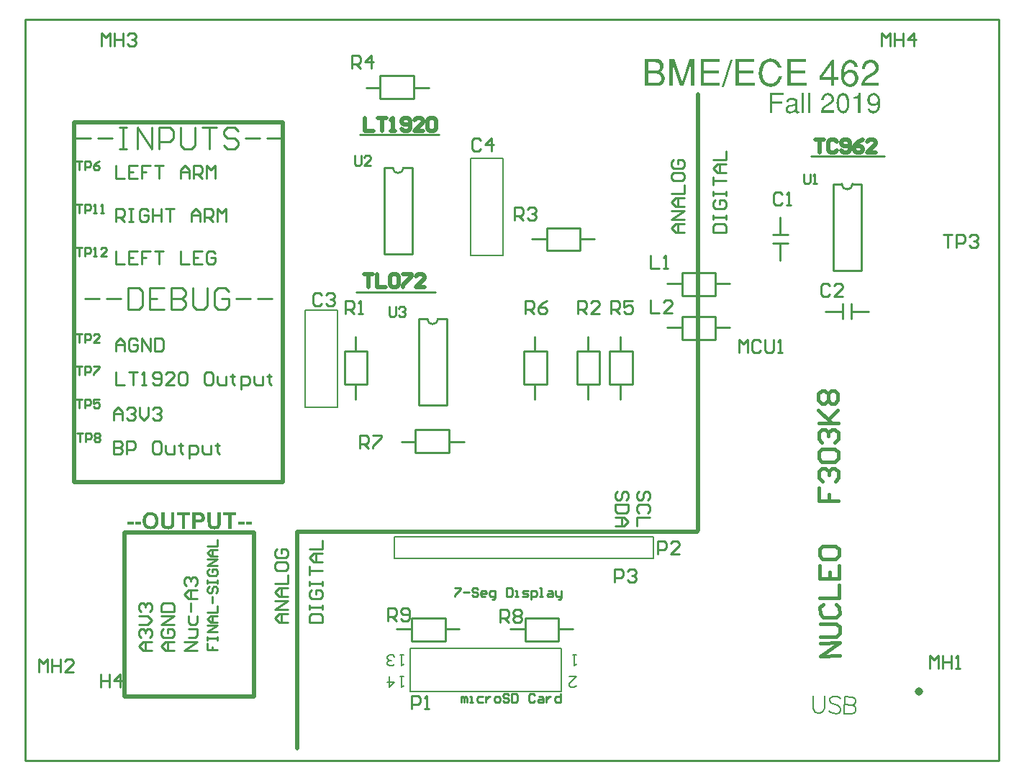
<source format=gto>
G04*
G04 #@! TF.GenerationSoftware,Altium Limited,Altium Designer,19.1.5 (86)*
G04*
G04 Layer_Color=65535*
%FSLAX43Y43*%
%MOMM*%
G71*
G01*
G75*
%ADD10C,0.254*%
%ADD11C,0.200*%
%ADD12C,0.508*%
%ADD13C,0.203*%
%ADD14C,0.381*%
G36*
X26667Y27750D02*
X25931D01*
Y28123D01*
X26667D01*
Y27750D01*
D02*
G37*
G36*
X25758D02*
X25022D01*
Y28123D01*
X25758D01*
Y27750D01*
D02*
G37*
G36*
X13635Y27750D02*
X12898D01*
Y28123D01*
X13635D01*
Y27750D01*
D02*
G37*
G36*
X12725D02*
X11989D01*
Y28123D01*
X12725D01*
Y27750D01*
D02*
G37*
G36*
X22987Y28153D02*
Y28148D01*
Y28138D01*
Y28120D01*
Y28097D01*
Y28067D01*
X22984Y28034D01*
Y27998D01*
X22982Y27960D01*
X22979Y27879D01*
X22974Y27795D01*
X22969Y27757D01*
X22964Y27719D01*
X22959Y27686D01*
X22954Y27656D01*
Y27653D01*
X22951Y27650D01*
Y27643D01*
X22946Y27633D01*
X22939Y27605D01*
X22926Y27572D01*
X22911Y27531D01*
X22890Y27490D01*
X22865Y27450D01*
X22835Y27409D01*
X22832Y27404D01*
X22819Y27394D01*
X22802Y27374D01*
X22774Y27353D01*
X22743Y27328D01*
X22703Y27300D01*
X22657Y27275D01*
X22606Y27252D01*
X22603D01*
X22598Y27249D01*
X22591Y27247D01*
X22581Y27242D01*
X22565Y27239D01*
X22548Y27234D01*
X22527Y27229D01*
X22504Y27224D01*
X22479Y27216D01*
X22451Y27211D01*
X22388Y27203D01*
X22314Y27196D01*
X22230Y27193D01*
X22184D01*
X22162Y27196D01*
X22134D01*
X22103Y27198D01*
X22070Y27201D01*
X22001Y27208D01*
X21930Y27221D01*
X21864Y27236D01*
X21831Y27247D01*
X21803Y27257D01*
X21801D01*
X21798Y27259D01*
X21791Y27264D01*
X21781Y27269D01*
X21753Y27282D01*
X21720Y27302D01*
X21684Y27325D01*
X21646Y27353D01*
X21608Y27386D01*
X21575Y27424D01*
X21572Y27429D01*
X21562Y27442D01*
X21547Y27462D01*
X21529Y27490D01*
X21511Y27523D01*
X21493Y27559D01*
X21478Y27600D01*
X21466Y27640D01*
Y27643D01*
X21463Y27648D01*
Y27658D01*
X21460Y27673D01*
X21458Y27691D01*
X21453Y27711D01*
X21450Y27737D01*
X21448Y27767D01*
X21443Y27800D01*
X21440Y27836D01*
X21438Y27876D01*
X21433Y27922D01*
X21430Y27970D01*
Y28024D01*
X21427Y28080D01*
Y28138D01*
Y29182D01*
X21821D01*
Y28123D01*
Y28120D01*
Y28113D01*
Y28100D01*
Y28082D01*
Y28062D01*
Y28039D01*
X21824Y27986D01*
Y27932D01*
X21826Y27876D01*
X21829Y27854D01*
Y27831D01*
X21831Y27810D01*
X21834Y27795D01*
Y27793D01*
X21836Y27790D01*
X21839Y27775D01*
X21847Y27755D01*
X21859Y27727D01*
X21874Y27696D01*
X21897Y27663D01*
X21923Y27633D01*
X21956Y27602D01*
X21961Y27600D01*
X21974Y27592D01*
X21994Y27579D01*
X22024Y27567D01*
X22062Y27554D01*
X22108Y27541D01*
X22159Y27534D01*
X22217Y27531D01*
X22245D01*
X22276Y27534D01*
X22311Y27539D01*
X22352Y27549D01*
X22395Y27559D01*
X22436Y27577D01*
X22471Y27600D01*
X22476Y27602D01*
X22484Y27612D01*
X22499Y27628D01*
X22517Y27645D01*
X22535Y27671D01*
X22553Y27699D01*
X22565Y27732D01*
X22576Y27767D01*
Y27772D01*
X22578Y27788D01*
X22581Y27798D01*
Y27810D01*
X22583Y27828D01*
X22586Y27846D01*
Y27869D01*
X22588Y27892D01*
Y27920D01*
X22591Y27950D01*
Y27983D01*
X22593Y28019D01*
Y28057D01*
Y28100D01*
Y29182D01*
X22987D01*
Y28153D01*
D02*
G37*
G36*
X17531Y28153D02*
Y28148D01*
Y28138D01*
Y28120D01*
Y28097D01*
Y28067D01*
X17529Y28034D01*
Y27998D01*
X17526Y27960D01*
X17523Y27879D01*
X17518Y27795D01*
X17513Y27757D01*
X17508Y27719D01*
X17503Y27686D01*
X17498Y27656D01*
Y27653D01*
X17496Y27650D01*
Y27643D01*
X17490Y27633D01*
X17483Y27605D01*
X17470Y27572D01*
X17455Y27531D01*
X17435Y27490D01*
X17409Y27450D01*
X17379Y27409D01*
X17376Y27404D01*
X17363Y27394D01*
X17346Y27374D01*
X17318Y27353D01*
X17287Y27328D01*
X17247Y27300D01*
X17201Y27275D01*
X17150Y27252D01*
X17148D01*
X17142Y27249D01*
X17135Y27247D01*
X17125Y27242D01*
X17109Y27239D01*
X17092Y27234D01*
X17071Y27229D01*
X17048Y27224D01*
X17023Y27216D01*
X16995Y27211D01*
X16932Y27203D01*
X16858Y27196D01*
X16774Y27193D01*
X16728D01*
X16706Y27196D01*
X16678D01*
X16647Y27198D01*
X16614Y27201D01*
X16546Y27208D01*
X16474Y27221D01*
X16408Y27236D01*
X16375Y27247D01*
X16347Y27257D01*
X16345D01*
X16342Y27259D01*
X16335Y27264D01*
X16325Y27269D01*
X16297Y27282D01*
X16264Y27302D01*
X16228Y27325D01*
X16190Y27353D01*
X16152Y27386D01*
X16119Y27424D01*
X16116Y27429D01*
X16106Y27442D01*
X16091Y27462D01*
X16073Y27490D01*
X16055Y27523D01*
X16038Y27559D01*
X16022Y27600D01*
X16010Y27640D01*
Y27643D01*
X16007Y27648D01*
Y27658D01*
X16005Y27673D01*
X16002Y27691D01*
X15997Y27711D01*
X15994Y27737D01*
X15992Y27767D01*
X15987Y27800D01*
X15984Y27836D01*
X15982Y27876D01*
X15977Y27922D01*
X15974Y27970D01*
Y28024D01*
X15972Y28080D01*
Y28138D01*
Y29182D01*
X16365D01*
Y28123D01*
Y28120D01*
Y28113D01*
Y28100D01*
Y28082D01*
Y28062D01*
Y28039D01*
X16368Y27986D01*
Y27932D01*
X16370Y27876D01*
X16373Y27854D01*
Y27831D01*
X16375Y27810D01*
X16378Y27795D01*
Y27793D01*
X16380Y27790D01*
X16383Y27775D01*
X16391Y27755D01*
X16403Y27727D01*
X16419Y27696D01*
X16441Y27663D01*
X16467Y27633D01*
X16500Y27602D01*
X16505Y27600D01*
X16518Y27592D01*
X16538Y27579D01*
X16568Y27567D01*
X16607Y27554D01*
X16652Y27541D01*
X16703Y27534D01*
X16761Y27531D01*
X16789D01*
X16820Y27534D01*
X16855Y27539D01*
X16896Y27549D01*
X16939Y27559D01*
X16980Y27577D01*
X17015Y27600D01*
X17021Y27602D01*
X17028Y27612D01*
X17043Y27628D01*
X17061Y27645D01*
X17079Y27671D01*
X17097Y27699D01*
X17109Y27732D01*
X17120Y27767D01*
Y27772D01*
X17122Y27788D01*
X17125Y27798D01*
Y27810D01*
X17127Y27828D01*
X17130Y27846D01*
Y27869D01*
X17132Y27892D01*
Y27920D01*
X17135Y27950D01*
Y27983D01*
X17137Y28019D01*
Y28057D01*
Y28100D01*
Y29182D01*
X17531D01*
Y28153D01*
D02*
G37*
G36*
X24813Y28852D02*
X24237D01*
Y27229D01*
X23843D01*
Y28852D01*
X23264D01*
Y29182D01*
X24813D01*
Y28852D01*
D02*
G37*
G36*
X20363Y29180D02*
X20437D01*
X20518Y29174D01*
X20594Y29169D01*
X20630Y29167D01*
X20663Y29162D01*
X20691Y29157D01*
X20714Y29152D01*
X20716D01*
X20721Y29149D01*
X20729Y29146D01*
X20742Y29141D01*
X20754Y29136D01*
X20772Y29131D01*
X20810Y29111D01*
X20853Y29086D01*
X20902Y29053D01*
X20947Y29012D01*
X20993Y28961D01*
X20996Y28959D01*
X20998Y28953D01*
X21003Y28946D01*
X21011Y28936D01*
X21018Y28920D01*
X21029Y28903D01*
X21039Y28882D01*
X21052Y28859D01*
X21062Y28832D01*
X21072Y28804D01*
X21082Y28773D01*
X21090Y28738D01*
X21102Y28664D01*
X21107Y28623D01*
Y28580D01*
Y28578D01*
Y28572D01*
Y28562D01*
Y28550D01*
X21105Y28534D01*
Y28517D01*
X21100Y28476D01*
X21092Y28428D01*
X21079Y28377D01*
X21064Y28326D01*
X21041Y28278D01*
Y28275D01*
X21039Y28273D01*
X21029Y28257D01*
X21016Y28235D01*
X20996Y28209D01*
X20970Y28176D01*
X20942Y28146D01*
X20909Y28113D01*
X20874Y28085D01*
X20869Y28082D01*
X20856Y28075D01*
X20838Y28062D01*
X20810Y28047D01*
X20780Y28031D01*
X20747Y28016D01*
X20709Y28003D01*
X20671Y27993D01*
X20663D01*
X20655Y27991D01*
X20645Y27988D01*
X20630Y27986D01*
X20612D01*
X20592Y27983D01*
X20566Y27981D01*
X20541Y27978D01*
X20510Y27976D01*
X20477Y27973D01*
X20439Y27970D01*
X20401Y27968D01*
X20358D01*
X20312Y27965D01*
X20008D01*
Y27229D01*
X19614D01*
Y29182D01*
X20330D01*
X20363Y29180D01*
D02*
G37*
G36*
X19357Y28852D02*
X18781Y28852D01*
Y27229D01*
X18387D01*
Y28852D01*
X17808D01*
Y29182D01*
X19357Y29182D01*
Y28852D01*
D02*
G37*
G36*
X14757Y29215D02*
X14788Y29213D01*
X14826Y29210D01*
X14867Y29202D01*
X14915Y29195D01*
X14966Y29185D01*
X15019Y29169D01*
X15075Y29152D01*
X15133Y29131D01*
X15192Y29103D01*
X15248Y29073D01*
X15304Y29037D01*
X15357Y28997D01*
X15408Y28948D01*
X15410Y28946D01*
X15418Y28936D01*
X15431Y28920D01*
X15448Y28900D01*
X15469Y28872D01*
X15489Y28839D01*
X15514Y28799D01*
X15537Y28755D01*
X15563Y28705D01*
X15585Y28649D01*
X15606Y28588D01*
X15626Y28519D01*
X15644Y28448D01*
X15657Y28372D01*
X15664Y28288D01*
X15667Y28202D01*
Y28199D01*
Y28197D01*
Y28181D01*
X15664Y28156D01*
X15662Y28123D01*
X15659Y28082D01*
X15654Y28037D01*
X15644Y27986D01*
X15634Y27930D01*
X15621Y27871D01*
X15603Y27813D01*
X15583Y27750D01*
X15557Y27689D01*
X15527Y27628D01*
X15494Y27569D01*
X15453Y27513D01*
X15408Y27460D01*
X15405Y27457D01*
X15395Y27450D01*
X15382Y27435D01*
X15362Y27419D01*
X15334Y27399D01*
X15304Y27376D01*
X15268Y27351D01*
X15225Y27328D01*
X15179Y27302D01*
X15128Y27277D01*
X15072Y27254D01*
X15011Y27234D01*
X14945Y27219D01*
X14874Y27206D01*
X14801Y27196D01*
X14722Y27193D01*
X14702D01*
X14681Y27196D01*
X14651Y27198D01*
X14613Y27201D01*
X14572Y27208D01*
X14524Y27216D01*
X14473Y27226D01*
X14420Y27242D01*
X14361Y27257D01*
X14305Y27280D01*
X14247Y27305D01*
X14191Y27335D01*
X14135Y27371D01*
X14082Y27412D01*
X14031Y27457D01*
X14028Y27460D01*
X14021Y27470D01*
X14008Y27485D01*
X13990Y27506D01*
X13973Y27534D01*
X13950Y27567D01*
X13927Y27605D01*
X13904Y27650D01*
X13879Y27699D01*
X13856Y27755D01*
X13833Y27813D01*
X13815Y27879D01*
X13797Y27950D01*
X13785Y28026D01*
X13777Y28105D01*
X13774Y28191D01*
Y28194D01*
Y28204D01*
Y28219D01*
X13777Y28242D01*
Y28268D01*
X13780Y28298D01*
X13782Y28331D01*
X13785Y28367D01*
X13797Y28445D01*
X13813Y28529D01*
X13833Y28616D01*
X13863Y28694D01*
Y28697D01*
X13866Y28702D01*
X13871Y28710D01*
X13876Y28720D01*
X13891Y28748D01*
X13912Y28783D01*
X13937Y28826D01*
X13967Y28870D01*
X14003Y28915D01*
X14044Y28961D01*
X14046Y28964D01*
X14049Y28966D01*
X14064Y28981D01*
X14087Y29002D01*
X14117Y29027D01*
X14155Y29058D01*
X14199Y29086D01*
X14244Y29113D01*
X14295Y29139D01*
X14298D01*
X14303Y29141D01*
X14313Y29146D01*
X14328Y29152D01*
X14346Y29157D01*
X14366Y29164D01*
X14389Y29172D01*
X14417Y29180D01*
X14445Y29185D01*
X14478Y29192D01*
X14549Y29205D01*
X14630Y29215D01*
X14717Y29218D01*
X14737D01*
X14757Y29215D01*
D02*
G37*
G36*
X99841Y78515D02*
X99866D01*
X99898Y78508D01*
X99933Y78502D01*
X99974Y78496D01*
X100016Y78483D01*
X100060Y78467D01*
X100108Y78448D01*
X100155Y78426D01*
X100203Y78397D01*
X100251Y78365D01*
X100295Y78327D01*
X100336Y78286D01*
X100378Y78235D01*
X100381Y78232D01*
X100387Y78222D01*
X100397Y78203D01*
X100413Y78181D01*
X100428Y78149D01*
X100444Y78111D01*
X100463Y78067D01*
X100486Y78019D01*
X100505Y77962D01*
X100524Y77895D01*
X100540Y77826D01*
X100559Y77749D01*
X100571Y77667D01*
X100581Y77578D01*
X100587Y77483D01*
X100590Y77381D01*
Y77378D01*
Y77368D01*
Y77349D01*
Y77327D01*
X100587Y77299D01*
X100584Y77267D01*
X100581Y77229D01*
X100578Y77184D01*
X100571Y77140D01*
X100565Y77089D01*
X100546Y76984D01*
X100521Y76870D01*
X100486Y76756D01*
X100441Y76638D01*
X100387Y76524D01*
X100355Y76470D01*
X100320Y76419D01*
X100282Y76368D01*
X100241Y76324D01*
X100193Y76279D01*
X100146Y76241D01*
X100092Y76210D01*
X100035Y76181D01*
X99971Y76159D01*
X99905Y76140D01*
X99835Y76130D01*
X99758Y76127D01*
X99730D01*
X99708Y76130D01*
X99682D01*
X99651Y76133D01*
X99619Y76140D01*
X99584Y76146D01*
X99508Y76162D01*
X99428Y76187D01*
X99355Y76225D01*
X99320Y76248D01*
X99289Y76273D01*
Y76276D01*
X99282Y76279D01*
X99276Y76289D01*
X99266Y76298D01*
X99254Y76314D01*
X99241Y76333D01*
X99225Y76352D01*
X99209Y76378D01*
X99193Y76406D01*
X99177Y76441D01*
X99162Y76476D01*
X99143Y76514D01*
X99130Y76559D01*
X99114Y76606D01*
X99101Y76657D01*
X99092Y76711D01*
X99381D01*
Y76708D01*
Y76705D01*
Y76686D01*
X99387Y76660D01*
X99393Y76625D01*
X99406Y76587D01*
X99428Y76549D01*
X99457Y76508D01*
X99495Y76473D01*
X99501Y76470D01*
X99517Y76460D01*
X99539Y76444D01*
X99574Y76432D01*
X99616Y76416D01*
X99663Y76400D01*
X99717Y76391D01*
X99778Y76387D01*
X99787D01*
X99800Y76391D01*
X99816D01*
X99838Y76394D01*
X99860Y76400D01*
X99914Y76416D01*
X99943Y76429D01*
X99974Y76444D01*
X100006Y76464D01*
X100038Y76486D01*
X100070Y76511D01*
X100101Y76543D01*
X100130Y76578D01*
X100159Y76619D01*
X100162Y76622D01*
X100165Y76629D01*
X100171Y76645D01*
X100181Y76664D01*
X100193Y76686D01*
X100206Y76714D01*
X100219Y76749D01*
X100235Y76787D01*
X100251Y76832D01*
X100263Y76879D01*
X100276Y76933D01*
X100289Y76991D01*
X100301Y77054D01*
X100311Y77121D01*
X100317Y77191D01*
X100320Y77267D01*
X100317Y77264D01*
X100311Y77254D01*
X100295Y77241D01*
X100279Y77222D01*
X100254Y77203D01*
X100228Y77178D01*
X100197Y77152D01*
X100162Y77127D01*
X100124Y77102D01*
X100082Y77076D01*
X100038Y77051D01*
X99990Y77032D01*
X99939Y77013D01*
X99889Y77000D01*
X99835Y76991D01*
X99781Y76987D01*
X99749D01*
X99727Y76991D01*
X99698Y76994D01*
X99666Y76997D01*
X99628Y77003D01*
X99590Y77013D01*
X99508Y77038D01*
X99463Y77054D01*
X99419Y77073D01*
X99374Y77095D01*
X99330Y77124D01*
X99289Y77156D01*
X99251Y77191D01*
X99247Y77194D01*
X99241Y77200D01*
X99231Y77213D01*
X99219Y77229D01*
X99203Y77248D01*
X99187Y77273D01*
X99168Y77302D01*
X99152Y77337D01*
X99133Y77375D01*
X99114Y77416D01*
X99098Y77460D01*
X99082Y77508D01*
X99070Y77559D01*
X99060Y77616D01*
X99054Y77673D01*
X99050Y77737D01*
Y77740D01*
Y77753D01*
Y77768D01*
X99054Y77794D01*
X99057Y77822D01*
X99063Y77857D01*
X99070Y77892D01*
X99076Y77934D01*
X99101Y78022D01*
X99120Y78070D01*
X99139Y78115D01*
X99165Y78162D01*
X99193Y78210D01*
X99225Y78254D01*
X99263Y78296D01*
X99266Y78299D01*
X99273Y78305D01*
X99285Y78315D01*
X99301Y78330D01*
X99324Y78346D01*
X99349Y78365D01*
X99378Y78388D01*
X99412Y78407D01*
X99451Y78429D01*
X99492Y78448D01*
X99536Y78467D01*
X99584Y78483D01*
X99635Y78499D01*
X99689Y78508D01*
X99746Y78515D01*
X99806Y78518D01*
X99822D01*
X99841Y78515D01*
D02*
G37*
G36*
X98241Y76200D02*
X97965D01*
Y77835D01*
X97441D01*
Y78057D01*
X97444D01*
X97453Y78061D01*
X97473Y78064D01*
X97492Y78067D01*
X97520Y78070D01*
X97549Y78076D01*
X97615Y78089D01*
X97685Y78105D01*
X97752Y78124D01*
X97784Y78134D01*
X97809Y78143D01*
X97834Y78156D01*
X97854Y78165D01*
X97860Y78169D01*
X97873Y78181D01*
X97892Y78203D01*
X97904Y78219D01*
X97917Y78238D01*
X97933Y78261D01*
X97949Y78286D01*
X97965Y78315D01*
X97980Y78346D01*
X98000Y78381D01*
X98015Y78423D01*
X98034Y78467D01*
X98050Y78518D01*
X98241D01*
Y76200D01*
D02*
G37*
G36*
X94482Y78515D02*
X94504Y78511D01*
X94532Y78508D01*
X94561Y78505D01*
X94593Y78499D01*
X94666Y78476D01*
X94742Y78448D01*
X94783Y78429D01*
X94821Y78407D01*
X94859Y78381D01*
X94898Y78353D01*
X94901Y78349D01*
X94907Y78343D01*
X94920Y78334D01*
X94936Y78318D01*
X94952Y78299D01*
X94974Y78273D01*
X94996Y78245D01*
X95018Y78213D01*
X95040Y78178D01*
X95060Y78137D01*
X95082Y78092D01*
X95098Y78045D01*
X95113Y77994D01*
X95126Y77940D01*
X95133Y77883D01*
X95136Y77819D01*
Y77816D01*
Y77810D01*
Y77797D01*
X95133Y77781D01*
Y77762D01*
X95129Y77737D01*
X95117Y77683D01*
X95101Y77619D01*
X95072Y77549D01*
X95037Y77480D01*
X95012Y77441D01*
X94986Y77407D01*
X94980Y77400D01*
X94967Y77384D01*
X94945Y77359D01*
X94913Y77327D01*
X94875Y77292D01*
X94831Y77254D01*
X94780Y77216D01*
X94723Y77181D01*
X94291Y76943D01*
X94288Y76940D01*
X94275Y76933D01*
X94256Y76921D01*
X94234Y76908D01*
X94205Y76886D01*
X94174Y76864D01*
X94139Y76838D01*
X94101Y76806D01*
X94031Y76740D01*
X93996Y76698D01*
X93964Y76660D01*
X93936Y76616D01*
X93910Y76571D01*
X93894Y76524D01*
X93882Y76476D01*
X95120Y76476D01*
Y76200D01*
X93577Y76200D01*
Y76203D01*
Y76206D01*
Y76216D01*
X93580Y76229D01*
X93583Y76260D01*
X93586Y76302D01*
X93596Y76352D01*
X93605Y76410D01*
X93621Y76473D01*
X93640Y76540D01*
X93662Y76610D01*
X93691Y76683D01*
X93726Y76752D01*
X93767Y76822D01*
X93815Y76889D01*
X93869Y76952D01*
X93929Y77010D01*
X93999Y77057D01*
X94545Y77384D01*
X94548Y77387D01*
X94558Y77394D01*
X94574Y77403D01*
X94593Y77416D01*
X94615Y77432D01*
X94640Y77454D01*
X94666Y77480D01*
X94694Y77505D01*
X94748Y77568D01*
X94774Y77603D01*
X94796Y77641D01*
X94815Y77683D01*
X94831Y77727D01*
X94840Y77772D01*
X94844Y77819D01*
Y77822D01*
Y77829D01*
Y77838D01*
X94840Y77851D01*
X94837Y77889D01*
X94828Y77934D01*
X94812Y77984D01*
X94790Y78038D01*
X94758Y78089D01*
X94713Y78137D01*
X94707Y78143D01*
X94691Y78156D01*
X94663Y78175D01*
X94621Y78197D01*
X94574Y78219D01*
X94513Y78238D01*
X94447Y78251D01*
X94367Y78257D01*
X94348D01*
X94326Y78254D01*
X94301Y78248D01*
X94266Y78242D01*
X94228Y78229D01*
X94190Y78213D01*
X94148Y78191D01*
X94107Y78159D01*
X94066Y78124D01*
X94024Y78080D01*
X93990Y78026D01*
X93958Y77965D01*
X93932Y77892D01*
X93913Y77807D01*
X93907Y77762D01*
X93904Y77711D01*
X93631D01*
Y77714D01*
Y77721D01*
Y77730D01*
X93634Y77746D01*
Y77765D01*
X93637Y77784D01*
X93643Y77838D01*
X93656Y77899D01*
X93675Y77965D01*
X93701Y78038D01*
X93736Y78115D01*
X93777Y78191D01*
X93831Y78264D01*
X93863Y78299D01*
X93897Y78330D01*
X93936Y78362D01*
X93974Y78391D01*
X94018Y78419D01*
X94066Y78445D01*
X94120Y78464D01*
X94174Y78483D01*
X94234Y78499D01*
X94298Y78508D01*
X94364Y78515D01*
X94437Y78518D01*
X94463D01*
X94482Y78515D01*
D02*
G37*
G36*
X92332Y76200D02*
X92056D01*
Y78584D01*
X92332D01*
Y76200D01*
D02*
G37*
G36*
X91605D02*
X91329D01*
Y78584D01*
X91605D01*
Y76200D01*
D02*
G37*
G36*
X89176Y78311D02*
X87887D01*
Y77559D01*
X89017D01*
Y77286D01*
X87887D01*
Y76200D01*
X87579D01*
Y78584D01*
X89176D01*
Y78311D01*
D02*
G37*
G36*
X96222Y78515D02*
X96247D01*
X96279Y78508D01*
X96314Y78502D01*
X96352Y78492D01*
X96393Y78480D01*
X96437Y78464D01*
X96485Y78445D01*
X96533Y78419D01*
X96577Y78391D01*
X96625Y78356D01*
X96669Y78315D01*
X96711Y78270D01*
X96749Y78216D01*
X96752Y78213D01*
X96758Y78203D01*
X96768Y78184D01*
X96780Y78159D01*
X96793Y78130D01*
X96812Y78092D01*
X96828Y78045D01*
X96847Y77994D01*
X96866Y77937D01*
X96882Y77873D01*
X96901Y77800D01*
X96914Y77724D01*
X96926Y77638D01*
X96936Y77549D01*
X96942Y77451D01*
X96945Y77349D01*
Y77346D01*
Y77337D01*
Y77321D01*
Y77295D01*
X96942Y77270D01*
X96939Y77238D01*
Y77200D01*
X96933Y77159D01*
X96930Y77114D01*
X96923Y77067D01*
X96904Y76962D01*
X96882Y76851D01*
X96850Y76740D01*
X96809Y76625D01*
X96761Y76514D01*
X96698Y76410D01*
X96663Y76362D01*
X96625Y76317D01*
X96584Y76276D01*
X96539Y76241D01*
X96488Y76206D01*
X96437Y76181D01*
X96380Y76159D01*
X96320Y76140D01*
X96256Y76130D01*
X96187Y76127D01*
X96168D01*
X96155Y76130D01*
X96136Y76133D01*
X96117Y76136D01*
X96069Y76146D01*
X96012Y76165D01*
X95945Y76194D01*
X95914Y76213D01*
X95879Y76232D01*
X95844Y76257D01*
X95809Y76283D01*
X95771Y76314D01*
X95736Y76349D01*
X95701Y76391D01*
X95669Y76432D01*
X95634Y76483D01*
X95602Y76533D01*
X95574Y76594D01*
X95545Y76657D01*
X95520Y76724D01*
X95498Y76800D01*
X95479Y76879D01*
X95460Y76968D01*
X95447Y77060D01*
X95437Y77162D01*
X95431Y77267D01*
X95428Y77381D01*
Y77387D01*
Y77403D01*
Y77432D01*
X95431Y77470D01*
X95434Y77514D01*
X95437Y77565D01*
X95444Y77622D01*
X95453Y77686D01*
X95463Y77753D01*
X95475Y77819D01*
X95494Y77889D01*
X95514Y77959D01*
X95536Y78026D01*
X95561Y78092D01*
X95593Y78156D01*
X95628Y78216D01*
X95631Y78219D01*
X95637Y78229D01*
X95650Y78245D01*
X95666Y78264D01*
X95685Y78286D01*
X95710Y78311D01*
X95739Y78340D01*
X95774Y78369D01*
X95812Y78394D01*
X95853Y78423D01*
X95901Y78448D01*
X95949Y78470D01*
X96002Y78489D01*
X96060Y78505D01*
X96123Y78515D01*
X96187Y78518D01*
X96202D01*
X96222Y78515D01*
D02*
G37*
G36*
X90224Y77962D02*
X90253Y77959D01*
X90284Y77956D01*
X90319Y77953D01*
X90399Y77940D01*
X90478Y77924D01*
X90561Y77899D01*
X90640Y77864D01*
X90643D01*
X90649Y77861D01*
X90659Y77854D01*
X90672Y77845D01*
X90703Y77822D01*
X90742Y77794D01*
X90776Y77759D01*
X90808Y77718D01*
X90821Y77692D01*
X90830Y77670D01*
X90837Y77641D01*
X90840Y77616D01*
Y76454D01*
Y76448D01*
X90843Y76432D01*
X90853Y76413D01*
X90872Y76391D01*
X90875D01*
X90878Y76387D01*
X90894Y76375D01*
X90919Y76365D01*
X90951Y76356D01*
X90957D01*
X90973Y76352D01*
X90999D01*
X91030Y76356D01*
Y76152D01*
X91027D01*
X91011Y76149D01*
X90992Y76143D01*
X90967Y76140D01*
X90935Y76133D01*
X90897Y76127D01*
X90818Y76124D01*
X90802D01*
X90786Y76127D01*
X90764Y76133D01*
X90738Y76143D01*
X90710Y76159D01*
X90681Y76178D01*
X90649Y76203D01*
X90646Y76206D01*
X90637Y76216D01*
X90624Y76232D01*
X90608Y76254D01*
X90592Y76279D01*
X90580Y76308D01*
X90567Y76340D01*
X90561Y76371D01*
X90557Y76368D01*
X90548Y76362D01*
X90532Y76349D01*
X90510Y76333D01*
X90484Y76314D01*
X90453Y76292D01*
X90418Y76270D01*
X90376Y76248D01*
X90335Y76225D01*
X90291Y76203D01*
X90192Y76162D01*
X90141Y76146D01*
X90091Y76133D01*
X90037Y76127D01*
X89986Y76124D01*
X89960D01*
X89941Y76127D01*
X89922D01*
X89897Y76130D01*
X89837Y76140D01*
X89770Y76156D01*
X89703Y76181D01*
X89633Y76213D01*
X89573Y76257D01*
X89570Y76260D01*
X89567Y76263D01*
X89551Y76283D01*
X89525Y76311D01*
X89497Y76352D01*
X89468Y76406D01*
X89446Y76470D01*
X89427Y76543D01*
X89424Y76584D01*
X89421Y76629D01*
Y76635D01*
Y76648D01*
X89424Y76670D01*
X89430Y76698D01*
X89437Y76733D01*
X89449Y76775D01*
X89465Y76816D01*
X89487Y76860D01*
X89516Y76905D01*
X89551Y76949D01*
X89592Y76994D01*
X89643Y77035D01*
X89706Y77070D01*
X89776Y77102D01*
X89859Y77127D01*
X89951Y77146D01*
X90434Y77210D01*
X90440D01*
X90453Y77216D01*
X90472Y77226D01*
X90494Y77241D01*
X90513Y77264D01*
X90532Y77295D01*
X90545Y77340D01*
X90551Y77368D01*
Y77397D01*
Y77400D01*
Y77403D01*
Y77419D01*
Y77445D01*
Y77473D01*
X90548Y77502D01*
X90545Y77530D01*
X90541Y77553D01*
X90538Y77565D01*
Y77568D01*
X90532Y77578D01*
X90522Y77591D01*
X90510Y77607D01*
X90488Y77622D01*
X90462Y77641D01*
X90427Y77660D01*
X90386Y77676D01*
X90380Y77680D01*
X90364Y77683D01*
X90338Y77689D01*
X90307Y77699D01*
X90265Y77708D01*
X90218Y77714D01*
X90167Y77718D01*
X90110Y77721D01*
X90084D01*
X90053Y77718D01*
X90018Y77711D01*
X89976Y77702D01*
X89935Y77689D01*
X89897Y77670D01*
X89862Y77645D01*
X89859Y77641D01*
X89849Y77632D01*
X89833Y77613D01*
X89818Y77587D01*
X89799Y77553D01*
X89779Y77511D01*
X89764Y77464D01*
X89751Y77403D01*
X89503D01*
Y77407D01*
Y77416D01*
Y77429D01*
Y77445D01*
Y77467D01*
X89506Y77492D01*
X89516Y77549D01*
X89532Y77613D01*
X89548Y77648D01*
X89564Y77683D01*
X89583Y77714D01*
X89605Y77749D01*
X89633Y77781D01*
X89665Y77810D01*
X89668Y77813D01*
X89675Y77816D01*
X89684Y77826D01*
X89700Y77835D01*
X89719Y77845D01*
X89741Y77861D01*
X89767Y77873D01*
X89795Y77889D01*
X89830Y77902D01*
X89865Y77918D01*
X89906Y77930D01*
X89948Y77940D01*
X90043Y77959D01*
X90097Y77962D01*
X90151Y77965D01*
X90199D01*
X90224Y77962D01*
D02*
G37*
G36*
X97124Y82434D02*
X97150D01*
X97179Y82426D01*
X97251Y82413D01*
X97336Y82388D01*
X97425Y82350D01*
X97471Y82329D01*
X97522Y82299D01*
X97568Y82269D01*
X97615Y82231D01*
X97619Y82227D01*
X97628Y82223D01*
X97640Y82206D01*
X97657Y82189D01*
X97678Y82168D01*
X97704Y82138D01*
X97729Y82109D01*
X97759Y82071D01*
X97788Y82028D01*
X97814Y81986D01*
X97869Y81880D01*
X97911Y81762D01*
X97924Y81698D01*
X97937Y81630D01*
X97535D01*
Y81635D01*
Y81639D01*
X97539Y81660D01*
X97535Y81694D01*
X97530Y81740D01*
X97513Y81787D01*
X97488Y81842D01*
X97450Y81897D01*
X97425Y81922D01*
X97395Y81948D01*
X97386Y81952D01*
X97365Y81969D01*
X97331Y81990D01*
X97285Y82020D01*
X97226Y82045D01*
X97162Y82066D01*
X97090Y82083D01*
X97014Y82087D01*
X96984D01*
X96963Y82083D01*
X96934Y82079D01*
X96904Y82071D01*
X96832Y82049D01*
X96794Y82032D01*
X96752Y82011D01*
X96709Y81986D01*
X96667Y81952D01*
X96625Y81918D01*
X96582Y81876D01*
X96544Y81825D01*
X96506Y81770D01*
Y81766D01*
X96498Y81757D01*
X96489Y81736D01*
X96477Y81711D01*
X96460Y81681D01*
X96447Y81639D01*
X96426Y81597D01*
X96409Y81542D01*
X96388Y81482D01*
X96371Y81419D01*
X96354Y81347D01*
X96337Y81267D01*
X96324Y81186D01*
X96312Y81093D01*
X96299Y81000D01*
X96295Y80898D01*
X96299Y80903D01*
X96312Y80915D01*
X96333Y80932D01*
X96358Y80958D01*
X96396Y80987D01*
X96434Y81021D01*
X96481Y81055D01*
X96532Y81089D01*
X96587Y81123D01*
X96646Y81161D01*
X96705Y81190D01*
X96769Y81220D01*
X96836Y81245D01*
X96904Y81262D01*
X96972Y81275D01*
X97039Y81279D01*
X97078D01*
X97107Y81275D01*
X97141Y81271D01*
X97179Y81262D01*
X97226Y81254D01*
X97272Y81245D01*
X97378Y81207D01*
X97437Y81186D01*
X97492Y81157D01*
X97552Y81127D01*
X97607Y81085D01*
X97662Y81042D01*
X97717Y80991D01*
X97721Y80987D01*
X97729Y80979D01*
X97742Y80962D01*
X97759Y80941D01*
X97780Y80911D01*
X97805Y80877D01*
X97831Y80839D01*
X97856Y80797D01*
X97882Y80746D01*
X97907Y80695D01*
X97932Y80636D01*
X97954Y80577D01*
X97970Y80509D01*
X97983Y80441D01*
X97992Y80369D01*
X97996Y80293D01*
Y80289D01*
Y80272D01*
Y80251D01*
X97992Y80217D01*
X97987Y80179D01*
X97983Y80132D01*
X97975Y80082D01*
X97962Y80031D01*
X97928Y79912D01*
X97907Y79849D01*
X97877Y79785D01*
X97848Y79726D01*
X97810Y79663D01*
X97767Y79604D01*
X97717Y79548D01*
X97712Y79544D01*
X97704Y79536D01*
X97687Y79519D01*
X97666Y79502D01*
X97636Y79481D01*
X97602Y79455D01*
X97560Y79426D01*
X97518Y79400D01*
X97467Y79371D01*
X97408Y79341D01*
X97348Y79316D01*
X97281Y79295D01*
X97209Y79278D01*
X97133Y79261D01*
X97048Y79252D01*
X96963Y79248D01*
X96938D01*
X96921Y79252D01*
X96896D01*
X96870Y79257D01*
X96803Y79273D01*
X96726Y79295D01*
X96642Y79328D01*
X96549Y79375D01*
X96502Y79405D01*
X96456Y79438D01*
X96405Y79477D01*
X96358Y79519D01*
X96312Y79565D01*
X96265Y79620D01*
X96223Y79675D01*
X96180Y79743D01*
X96138Y79811D01*
X96104Y79887D01*
X96070Y79972D01*
X96037Y80065D01*
X96011Y80162D01*
X95986Y80268D01*
X95969Y80378D01*
X95956Y80501D01*
X95948Y80628D01*
X95943Y80767D01*
Y80771D01*
Y80784D01*
Y80810D01*
X95948Y80839D01*
Y80877D01*
X95952Y80920D01*
X95956Y80970D01*
X95960Y81030D01*
X95969Y81089D01*
X95977Y81157D01*
X96003Y81296D01*
X96037Y81449D01*
X96083Y81605D01*
X96147Y81757D01*
X96219Y81910D01*
X96261Y81982D01*
X96312Y82049D01*
X96362Y82117D01*
X96422Y82176D01*
X96481Y82236D01*
X96549Y82286D01*
X96621Y82329D01*
X96701Y82367D01*
X96786Y82396D01*
X96874Y82422D01*
X96972Y82434D01*
X97073Y82439D01*
X97103D01*
X97124Y82434D01*
D02*
G37*
G36*
X87755Y82570D02*
X87793Y82566D01*
X87836Y82561D01*
X87886Y82553D01*
X87941Y82540D01*
X88064Y82511D01*
X88128Y82489D01*
X88195Y82460D01*
X88263Y82430D01*
X88327Y82396D01*
X88394Y82354D01*
X88458Y82308D01*
X88462Y82303D01*
X88475Y82295D01*
X88492Y82282D01*
X88513Y82261D01*
X88542Y82231D01*
X88572Y82198D01*
X88606Y82159D01*
X88644Y82113D01*
X88686Y82062D01*
X88724Y82007D01*
X88767Y81944D01*
X88809Y81876D01*
X88847Y81800D01*
X88885Y81724D01*
X88919Y81635D01*
X88953Y81546D01*
X88525D01*
X88521Y81554D01*
X88513Y81575D01*
X88496Y81609D01*
X88475Y81652D01*
X88449Y81698D01*
X88411Y81757D01*
X88369Y81817D01*
X88322Y81880D01*
X88263Y81939D01*
X88200Y81999D01*
X88132Y82058D01*
X88051Y82109D01*
X87967Y82151D01*
X87874Y82181D01*
X87772Y82202D01*
X87662Y82210D01*
X87641D01*
X87620Y82206D01*
X87590D01*
X87552Y82198D01*
X87510Y82189D01*
X87459Y82181D01*
X87408Y82164D01*
X87353Y82147D01*
X87298Y82121D01*
X87239Y82092D01*
X87180Y82058D01*
X87121Y82016D01*
X87061Y81965D01*
X87006Y81910D01*
X86955Y81846D01*
X86951Y81842D01*
X86943Y81829D01*
X86930Y81808D01*
X86913Y81779D01*
X86896Y81745D01*
X86871Y81698D01*
X86850Y81647D01*
X86824Y81588D01*
X86799Y81525D01*
X86778Y81453D01*
X86752Y81372D01*
X86735Y81288D01*
X86719Y81195D01*
X86706Y81097D01*
X86697Y80991D01*
X86693Y80881D01*
Y80877D01*
Y80856D01*
Y80826D01*
X86697Y80788D01*
X86702Y80742D01*
X86706Y80687D01*
X86714Y80623D01*
X86727Y80556D01*
X86761Y80412D01*
X86782Y80336D01*
X86807Y80255D01*
X86837Y80179D01*
X86875Y80103D01*
X86917Y80031D01*
X86964Y79963D01*
X86968Y79959D01*
X86977Y79946D01*
X86994Y79929D01*
X87015Y79908D01*
X87040Y79883D01*
X87074Y79853D01*
X87112Y79819D01*
X87154Y79790D01*
X87205Y79756D01*
X87256Y79722D01*
X87315Y79692D01*
X87379Y79667D01*
X87446Y79646D01*
X87518Y79629D01*
X87594Y79616D01*
X87675Y79612D01*
X87704D01*
X87743Y79616D01*
X87789Y79625D01*
X87848Y79642D01*
X87912Y79659D01*
X87984Y79688D01*
X88056Y79726D01*
X88136Y79773D01*
X88212Y79832D01*
X88293Y79904D01*
X88365Y79993D01*
X88403Y80044D01*
X88437Y80094D01*
X88470Y80154D01*
X88500Y80217D01*
X88530Y80285D01*
X88555Y80357D01*
X88580Y80433D01*
X88602Y80513D01*
X89016D01*
Y80509D01*
X89012Y80501D01*
X89008Y80484D01*
X89004Y80458D01*
X88995Y80429D01*
X88982Y80399D01*
X88970Y80357D01*
X88953Y80314D01*
X88915Y80221D01*
X88868Y80116D01*
X88809Y80001D01*
X88741Y79883D01*
X88657Y79764D01*
X88559Y79650D01*
X88449Y79544D01*
X88327Y79451D01*
X88259Y79409D01*
X88187Y79371D01*
X88115Y79337D01*
X88035Y79307D01*
X87950Y79282D01*
X87861Y79265D01*
X87772Y79257D01*
X87675Y79252D01*
X87645D01*
X87616Y79257D01*
X87569Y79261D01*
X87518Y79265D01*
X87455Y79278D01*
X87387Y79290D01*
X87311Y79307D01*
X87231Y79333D01*
X87150Y79362D01*
X87066Y79400D01*
X86981Y79443D01*
X86896Y79493D01*
X86812Y79557D01*
X86735Y79625D01*
X86659Y79705D01*
X86655Y79709D01*
X86642Y79726D01*
X86625Y79752D01*
X86600Y79790D01*
X86570Y79832D01*
X86537Y79887D01*
X86503Y79955D01*
X86469Y80027D01*
X86431Y80107D01*
X86397Y80200D01*
X86363Y80297D01*
X86333Y80403D01*
X86308Y80518D01*
X86291Y80640D01*
X86278Y80771D01*
X86274Y80907D01*
Y80915D01*
Y80936D01*
X86278Y80975D01*
Y81025D01*
X86287Y81085D01*
X86291Y81157D01*
X86304Y81233D01*
X86317Y81317D01*
X86338Y81406D01*
X86359Y81504D01*
X86388Y81597D01*
X86422Y81698D01*
X86460Y81795D01*
X86507Y81889D01*
X86562Y81982D01*
X86621Y82071D01*
X86625Y82075D01*
X86638Y82092D01*
X86659Y82117D01*
X86693Y82151D01*
X86731Y82189D01*
X86778Y82231D01*
X86833Y82274D01*
X86896Y82324D01*
X86968Y82371D01*
X87049Y82413D01*
X87137Y82456D01*
X87231Y82494D01*
X87332Y82528D01*
X87442Y82553D01*
X87556Y82570D01*
X87679Y82574D01*
X87721D01*
X87755Y82570D01*
D02*
G37*
G36*
X78729Y79350D02*
X78310D01*
Y81910D01*
X77439Y79350D01*
X77020D01*
X76156Y81922D01*
Y79350D01*
X75737D01*
Y82528D01*
X76313D01*
X77227Y79819D01*
X78145Y82528D01*
X78729D01*
Y79350D01*
D02*
G37*
G36*
X99536Y82434D02*
X99566Y82430D01*
X99604Y82426D01*
X99642Y82422D01*
X99684Y82413D01*
X99782Y82384D01*
X99883Y82346D01*
X99938Y82320D01*
X99989Y82291D01*
X100040Y82257D01*
X100090Y82219D01*
X100095Y82214D01*
X100103Y82206D01*
X100120Y82193D01*
X100141Y82172D01*
X100162Y82147D01*
X100192Y82113D01*
X100222Y82075D01*
X100251Y82032D01*
X100281Y81986D01*
X100306Y81931D01*
X100336Y81872D01*
X100357Y81808D01*
X100378Y81740D01*
X100395Y81669D01*
X100404Y81592D01*
X100408Y81508D01*
Y81504D01*
Y81495D01*
Y81478D01*
X100404Y81457D01*
Y81432D01*
X100399Y81398D01*
X100382Y81326D01*
X100361Y81241D01*
X100323Y81148D01*
X100277Y81055D01*
X100243Y81004D01*
X100209Y80958D01*
X100201Y80949D01*
X100184Y80928D01*
X100154Y80894D01*
X100112Y80852D01*
X100061Y80805D01*
X100002Y80755D01*
X99934Y80704D01*
X99858Y80657D01*
X99282Y80340D01*
X99278Y80336D01*
X99261Y80327D01*
X99236Y80310D01*
X99206Y80293D01*
X99168Y80264D01*
X99126Y80234D01*
X99079Y80200D01*
X99028Y80158D01*
X98935Y80069D01*
X98889Y80014D01*
X98846Y79963D01*
X98808Y79904D01*
X98774Y79845D01*
X98753Y79781D01*
X98736Y79718D01*
X100387D01*
Y79350D01*
X98330D01*
Y79354D01*
Y79358D01*
Y79371D01*
X98334Y79388D01*
X98339Y79430D01*
X98343Y79485D01*
X98356Y79553D01*
X98368Y79629D01*
X98389Y79714D01*
X98415Y79802D01*
X98444Y79895D01*
X98482Y79993D01*
X98529Y80086D01*
X98584Y80179D01*
X98648Y80268D01*
X98719Y80353D01*
X98800Y80429D01*
X98893Y80492D01*
X99621Y80928D01*
X99625Y80932D01*
X99638Y80941D01*
X99659Y80953D01*
X99684Y80970D01*
X99714Y80991D01*
X99748Y81021D01*
X99782Y81055D01*
X99820Y81089D01*
X99892Y81173D01*
X99925Y81220D01*
X99955Y81271D01*
X99980Y81326D01*
X100002Y81385D01*
X100014Y81444D01*
X100019Y81508D01*
Y81512D01*
Y81520D01*
Y81533D01*
X100014Y81550D01*
X100010Y81601D01*
X99997Y81660D01*
X99976Y81728D01*
X99947Y81800D01*
X99904Y81867D01*
X99845Y81931D01*
X99837Y81939D01*
X99815Y81956D01*
X99777Y81982D01*
X99722Y82011D01*
X99659Y82041D01*
X99578Y82066D01*
X99490Y82083D01*
X99384Y82092D01*
X99358D01*
X99329Y82087D01*
X99295Y82079D01*
X99248Y82071D01*
X99198Y82054D01*
X99147Y82032D01*
X99092Y82003D01*
X99037Y81961D01*
X98982Y81914D01*
X98927Y81855D01*
X98880Y81783D01*
X98838Y81702D01*
X98804Y81605D01*
X98779Y81491D01*
X98770Y81432D01*
X98766Y81364D01*
X98402D01*
Y81368D01*
Y81377D01*
Y81389D01*
X98406Y81410D01*
Y81436D01*
X98411Y81461D01*
X98419Y81533D01*
X98436Y81614D01*
X98461Y81702D01*
X98495Y81800D01*
X98542Y81901D01*
X98597Y82003D01*
X98669Y82100D01*
X98711Y82147D01*
X98758Y82189D01*
X98808Y82231D01*
X98859Y82269D01*
X98918Y82308D01*
X98982Y82341D01*
X99054Y82367D01*
X99126Y82392D01*
X99206Y82413D01*
X99291Y82426D01*
X99380Y82434D01*
X99477Y82439D01*
X99511D01*
X99536Y82434D01*
D02*
G37*
G36*
X95156Y80437D02*
X95601D01*
Y80077D01*
X95156D01*
Y79350D01*
X94788D01*
Y80077D01*
X93460Y80077D01*
Y80479D01*
X94860Y82439D01*
X95156D01*
Y80437D01*
D02*
G37*
G36*
X91809Y82164D02*
X90015D01*
Y81161D01*
X91737D01*
Y80797D01*
X90015D01*
Y79709D01*
X91881D01*
Y79350D01*
X89604D01*
Y82528D01*
X91809D01*
Y82164D01*
D02*
G37*
G36*
X85754D02*
X83959D01*
Y81161D01*
X85682D01*
Y80797D01*
X83959D01*
Y79709D01*
X85826D01*
Y79350D01*
X83549D01*
Y82528D01*
X85754D01*
Y82164D01*
D02*
G37*
G36*
X81636D02*
X79842Y82164D01*
Y81161D01*
X81564Y81161D01*
Y80797D01*
X79842Y80797D01*
Y79709D01*
X81708Y79709D01*
Y79350D01*
X79432Y79350D01*
Y82528D01*
X81636Y82528D01*
Y82164D01*
D02*
G37*
G36*
X74320Y82523D02*
X74341D01*
X74371Y82519D01*
X74438Y82502D01*
X74514Y82481D01*
X74603Y82443D01*
X74692Y82396D01*
X74739Y82363D01*
X74785Y82329D01*
X74790Y82324D01*
X74798Y82316D01*
X74811Y82303D01*
X74832Y82286D01*
X74853Y82261D01*
X74878Y82231D01*
X74908Y82197D01*
X74933Y82159D01*
X74963Y82117D01*
X74988Y82071D01*
X75035Y81965D01*
X75056Y81910D01*
X75069Y81846D01*
X75077Y81779D01*
X75082Y81711D01*
Y81707D01*
Y81690D01*
X75077Y81664D01*
Y81630D01*
X75069Y81592D01*
X75060Y81546D01*
X75048Y81495D01*
X75031Y81444D01*
X75010Y81385D01*
X74980Y81330D01*
X74950Y81275D01*
X74908Y81220D01*
X74861Y81165D01*
X74806Y81118D01*
X74743Y81072D01*
X74671Y81034D01*
X74675Y81030D01*
X74696Y81025D01*
X74722Y81008D01*
X74756Y80991D01*
X74798Y80966D01*
X74845Y80936D01*
X74895Y80898D01*
X74946Y80856D01*
X74997Y80805D01*
X75043Y80750D01*
X75090Y80687D01*
X75132Y80615D01*
X75166Y80539D01*
X75192Y80454D01*
X75213Y80361D01*
X75217Y80264D01*
Y80259D01*
Y80247D01*
Y80230D01*
X75213Y80200D01*
X75208Y80171D01*
X75204Y80132D01*
X75196Y80090D01*
X75183Y80044D01*
X75153Y79942D01*
X75132Y79891D01*
X75107Y79836D01*
X75077Y79781D01*
X75039Y79726D01*
X75001Y79671D01*
X74955Y79616D01*
X74950Y79612D01*
X74942Y79604D01*
X74929Y79591D01*
X74912Y79574D01*
X74887Y79553D01*
X74861Y79532D01*
X74794Y79485D01*
X74718Y79434D01*
X74624Y79392D01*
X74574Y79375D01*
X74523Y79362D01*
X74472Y79354D01*
X74417Y79350D01*
X72847D01*
Y82528D01*
X74299D01*
X74320Y82523D01*
D02*
G37*
G36*
X82153Y79257D02*
X81916D01*
X82948Y82430D01*
X83185D01*
X82153Y79257D01*
D02*
G37*
%LPC*%
G36*
X20269Y28852D02*
X20008D01*
Y28296D01*
X20277D01*
X20300Y28298D01*
X20348Y28301D01*
X20399Y28303D01*
X20450Y28308D01*
X20475Y28311D01*
X20495Y28316D01*
X20516Y28321D01*
X20531Y28326D01*
X20533Y28329D01*
X20544Y28331D01*
X20559Y28339D01*
X20577Y28349D01*
X20597Y28362D01*
X20617Y28379D01*
X20638Y28397D01*
X20655Y28420D01*
X20658Y28423D01*
X20663Y28433D01*
X20671Y28445D01*
X20678Y28463D01*
X20686Y28486D01*
X20693Y28514D01*
X20698Y28542D01*
X20701Y28575D01*
Y28580D01*
Y28593D01*
X20698Y28613D01*
X20693Y28636D01*
X20686Y28664D01*
X20673Y28694D01*
X20658Y28722D01*
X20638Y28750D01*
X20635Y28753D01*
X20627Y28760D01*
X20612Y28773D01*
X20594Y28786D01*
X20571Y28801D01*
X20544Y28816D01*
X20513Y28829D01*
X20480Y28837D01*
X20477D01*
X20465Y28839D01*
X20447Y28842D01*
X20419Y28844D01*
X20399Y28847D01*
X20378D01*
X20356Y28849D01*
X20302D01*
X20269Y28852D01*
D02*
G37*
G36*
X14722Y28880D02*
X14699D01*
X14681Y28877D01*
X14661Y28875D01*
X14638Y28872D01*
X14610Y28867D01*
X14582Y28859D01*
X14519Y28839D01*
X14486Y28826D01*
X14453Y28809D01*
X14420Y28791D01*
X14389Y28768D01*
X14356Y28743D01*
X14328Y28712D01*
X14326Y28710D01*
X14323Y28705D01*
X14315Y28694D01*
X14305Y28682D01*
X14295Y28664D01*
X14282Y28641D01*
X14267Y28616D01*
X14254Y28585D01*
X14242Y28552D01*
X14227Y28514D01*
X14214Y28473D01*
X14204Y28428D01*
X14194Y28379D01*
X14188Y28326D01*
X14183Y28268D01*
X14181Y28207D01*
Y28204D01*
Y28191D01*
Y28174D01*
X14183Y28153D01*
X14186Y28125D01*
X14188Y28092D01*
X14194Y28057D01*
X14201Y28019D01*
X14219Y27937D01*
X14232Y27894D01*
X14244Y27854D01*
X14262Y27813D01*
X14282Y27772D01*
X14305Y27734D01*
X14333Y27701D01*
X14336Y27699D01*
X14341Y27694D01*
X14348Y27686D01*
X14361Y27676D01*
X14376Y27661D01*
X14394Y27648D01*
X14415Y27633D01*
X14440Y27617D01*
X14465Y27600D01*
X14496Y27584D01*
X14526Y27572D01*
X14562Y27559D01*
X14597Y27546D01*
X14638Y27539D01*
X14679Y27534D01*
X14722Y27531D01*
X14745D01*
X14760Y27534D01*
X14780Y27536D01*
X14806Y27541D01*
X14831Y27546D01*
X14859Y27551D01*
X14920Y27572D01*
X14953Y27587D01*
X14983Y27602D01*
X15016Y27622D01*
X15050Y27645D01*
X15080Y27671D01*
X15108Y27701D01*
X15110Y27704D01*
X15116Y27709D01*
X15123Y27719D01*
X15131Y27734D01*
X15143Y27752D01*
X15156Y27772D01*
X15169Y27800D01*
X15184Y27828D01*
X15199Y27864D01*
X15212Y27902D01*
X15225Y27943D01*
X15237Y27988D01*
X15245Y28039D01*
X15253Y28092D01*
X15258Y28151D01*
X15260Y28212D01*
Y28217D01*
Y28227D01*
Y28245D01*
X15258Y28268D01*
X15255Y28296D01*
X15253Y28326D01*
X15248Y28362D01*
X15243Y28400D01*
X15225Y28481D01*
X15212Y28524D01*
X15199Y28565D01*
X15182Y28605D01*
X15161Y28644D01*
X15138Y28679D01*
X15113Y28712D01*
X15110Y28715D01*
X15105Y28720D01*
X15098Y28727D01*
X15085Y28738D01*
X15072Y28750D01*
X15055Y28765D01*
X15032Y28781D01*
X15009Y28796D01*
X14983Y28811D01*
X14953Y28826D01*
X14920Y28842D01*
X14887Y28854D01*
X14849Y28865D01*
X14808Y28872D01*
X14768Y28877D01*
X14722Y28880D01*
D02*
G37*
G36*
X99819Y78254D02*
X99758D01*
X99746Y78251D01*
X99711Y78248D01*
X99666Y78238D01*
X99616Y78219D01*
X99562Y78194D01*
X99511Y78162D01*
X99485Y78140D01*
X99460Y78115D01*
X99454Y78108D01*
X99441Y78089D01*
X99422Y78057D01*
X99400Y78016D01*
X99378Y77962D01*
X99358Y77895D01*
X99346Y77822D01*
X99339Y77737D01*
Y77734D01*
Y77727D01*
Y77714D01*
X99343Y77699D01*
Y77676D01*
X99346Y77654D01*
X99355Y77600D01*
X99371Y77540D01*
X99393Y77476D01*
X99425Y77416D01*
X99470Y77362D01*
X99476Y77356D01*
X99492Y77343D01*
X99517Y77321D01*
X99555Y77299D01*
X99600Y77276D01*
X99654Y77254D01*
X99714Y77241D01*
X99784Y77235D01*
X99806D01*
X99822Y77238D01*
X99838D01*
X99860Y77241D01*
X99911Y77254D01*
X99968Y77270D01*
X100028Y77295D01*
X100089Y77333D01*
X100117Y77356D01*
X100143Y77381D01*
X100146Y77384D01*
X100149Y77387D01*
X100155Y77397D01*
X100165Y77407D01*
X100187Y77438D01*
X100213Y77483D01*
X100238Y77534D01*
X100260Y77594D01*
X100276Y77664D01*
X100282Y77699D01*
Y77737D01*
Y77740D01*
Y77746D01*
Y77759D01*
X100279Y77775D01*
Y77794D01*
X100276Y77819D01*
X100267Y77870D01*
X100247Y77930D01*
X100222Y77994D01*
X100190Y78054D01*
X100168Y78083D01*
X100143Y78111D01*
Y78115D01*
X100136Y78118D01*
X100117Y78134D01*
X100086Y78156D01*
X100044Y78184D01*
X99993Y78210D01*
X99930Y78232D01*
X99857Y78248D01*
X99819Y78254D01*
D02*
G37*
G36*
X96196Y78235D02*
X96183D01*
X96168Y78232D01*
X96149D01*
X96126Y78226D01*
X96101Y78219D01*
X96069Y78210D01*
X96041Y78200D01*
X96006Y78184D01*
X95974Y78165D01*
X95939Y78143D01*
X95907Y78115D01*
X95875Y78083D01*
X95847Y78045D01*
X95818Y78000D01*
X95796Y77949D01*
Y77946D01*
X95793Y77940D01*
X95790Y77927D01*
X95783Y77908D01*
X95777Y77886D01*
X95768Y77857D01*
X95761Y77826D01*
X95755Y77787D01*
X95745Y77743D01*
X95739Y77695D01*
X95729Y77641D01*
X95723Y77581D01*
X95720Y77518D01*
X95714Y77451D01*
X95710Y77378D01*
Y77299D01*
Y77295D01*
Y77289D01*
Y77276D01*
Y77260D01*
X95714Y77238D01*
Y77213D01*
X95717Y77187D01*
Y77156D01*
X95723Y77086D01*
X95736Y77010D01*
X95748Y76927D01*
X95768Y76841D01*
X95793Y76759D01*
X95825Y76676D01*
X95860Y76597D01*
X95907Y76530D01*
X95933Y76498D01*
X95958Y76473D01*
X95990Y76448D01*
X96022Y76429D01*
X96056Y76413D01*
X96091Y76400D01*
X96133Y76394D01*
X96174Y76391D01*
X96187D01*
X96199Y76394D01*
X96215D01*
X96237Y76397D01*
X96260Y76403D01*
X96317Y76419D01*
X96345Y76432D01*
X96377Y76448D01*
X96406Y76467D01*
X96437Y76486D01*
X96466Y76511D01*
X96495Y76543D01*
X96523Y76578D01*
X96545Y76616D01*
Y76619D01*
X96552Y76625D01*
X96555Y76641D01*
X96564Y76657D01*
X96574Y76683D01*
X96584Y76711D01*
X96593Y76746D01*
X96606Y76787D01*
X96615Y76835D01*
X96625Y76886D01*
X96634Y76943D01*
X96644Y77006D01*
X96653Y77076D01*
X96657Y77149D01*
X96663Y77232D01*
Y77318D01*
Y77321D01*
Y77327D01*
Y77340D01*
Y77356D01*
X96660Y77378D01*
Y77403D01*
X96657Y77429D01*
Y77460D01*
X96650Y77530D01*
X96637Y77607D01*
X96625Y77692D01*
X96606Y77778D01*
X96580Y77861D01*
X96549Y77946D01*
X96510Y78022D01*
X96466Y78092D01*
X96441Y78124D01*
X96412Y78149D01*
X96383Y78175D01*
X96352Y78197D01*
X96317Y78213D01*
X96279Y78226D01*
X96237Y78232D01*
X96196Y78235D01*
D02*
G37*
G36*
X90545Y77032D02*
X90541D01*
X90535Y77029D01*
X90522Y77025D01*
X90507Y77022D01*
X90488Y77019D01*
X90462Y77013D01*
X90430Y77006D01*
X90399Y76997D01*
X90357Y76991D01*
X90313Y76981D01*
X90265Y76972D01*
X90211Y76962D01*
X90154Y76949D01*
X90094Y76940D01*
X90027Y76930D01*
X89954Y76918D01*
X89951D01*
X89938Y76914D01*
X89916Y76908D01*
X89894Y76898D01*
X89865Y76886D01*
X89833Y76867D01*
X89805Y76845D01*
X89776Y76816D01*
X89773Y76813D01*
X89764Y76800D01*
X89754Y76784D01*
X89741Y76762D01*
X89726Y76733D01*
X89716Y76705D01*
X89706Y76670D01*
X89703Y76632D01*
Y76625D01*
Y76613D01*
X89706Y76591D01*
X89713Y76562D01*
X89726Y76530D01*
X89738Y76495D01*
X89760Y76464D01*
X89789Y76432D01*
X89792Y76429D01*
X89805Y76419D01*
X89824Y76406D01*
X89849Y76394D01*
X89881Y76381D01*
X89919Y76368D01*
X89964Y76359D01*
X90011Y76356D01*
X90033D01*
X90049Y76359D01*
X90068D01*
X90091Y76362D01*
X90141Y76371D01*
X90202Y76387D01*
X90265Y76406D01*
X90332Y76438D01*
X90392Y76479D01*
X90395D01*
X90399Y76486D01*
X90418Y76502D01*
X90443Y76527D01*
X90472Y76562D01*
X90503Y76603D01*
X90529Y76651D01*
X90545Y76708D01*
X90551Y76737D01*
Y76765D01*
X90545Y77032D01*
D02*
G37*
G36*
X97044Y80932D02*
X96963D01*
X96946Y80928D01*
X96900Y80924D01*
X96841Y80911D01*
X96773Y80890D01*
X96697Y80860D01*
X96625Y80818D01*
X96553Y80759D01*
X96549D01*
X96544Y80750D01*
X96523Y80725D01*
X96489Y80683D01*
X96451Y80628D01*
X96413Y80556D01*
X96384Y80475D01*
X96358Y80378D01*
X96354Y80323D01*
X96350Y80268D01*
Y80264D01*
Y80255D01*
Y80238D01*
X96354Y80217D01*
Y80192D01*
X96358Y80166D01*
X96371Y80094D01*
X96396Y80018D01*
X96426Y79938D01*
X96472Y79857D01*
X96498Y79819D01*
X96532Y79781D01*
X96536D01*
X96540Y79773D01*
X96566Y79752D01*
X96604Y79722D01*
X96659Y79688D01*
X96726Y79650D01*
X96807Y79620D01*
X96896Y79599D01*
X96946Y79595D01*
X96997Y79591D01*
X97018D01*
X97035Y79595D01*
X97078Y79599D01*
X97133Y79608D01*
X97192Y79629D01*
X97260Y79654D01*
X97327Y79688D01*
X97391Y79739D01*
X97395Y79743D01*
X97399Y79747D01*
X97412Y79760D01*
X97425Y79773D01*
X97441Y79794D01*
X97458Y79815D01*
X97480Y79845D01*
X97501Y79874D01*
X97518Y79912D01*
X97539Y79955D01*
X97556Y79997D01*
X97573Y80048D01*
X97585Y80103D01*
X97598Y80158D01*
X97602Y80221D01*
X97607Y80289D01*
Y80293D01*
Y80302D01*
Y80319D01*
X97602Y80336D01*
Y80361D01*
X97598Y80391D01*
X97585Y80458D01*
X97568Y80530D01*
X97539Y80606D01*
X97501Y80683D01*
X97450Y80750D01*
Y80755D01*
X97441Y80759D01*
X97420Y80780D01*
X97382Y80810D01*
X97331Y80843D01*
X97264Y80873D01*
X97188Y80903D01*
X97094Y80924D01*
X97044Y80932D01*
D02*
G37*
G36*
X94788Y81817D02*
X93807Y80437D01*
X94788Y80437D01*
Y81817D01*
D02*
G37*
G36*
X73998Y82164D02*
X73258D01*
Y81161D01*
X74206D01*
X74239Y81165D01*
X74286Y81173D01*
X74337Y81190D01*
X74392Y81207D01*
X74451Y81237D01*
X74506Y81275D01*
X74514Y81283D01*
X74531Y81300D01*
X74557Y81330D01*
X74591Y81372D01*
X74620Y81423D01*
X74646Y81482D01*
X74663Y81550D01*
X74671Y81630D01*
Y81635D01*
Y81643D01*
Y81656D01*
X74667Y81673D01*
X74658Y81719D01*
X74641Y81779D01*
X74616Y81846D01*
X74578Y81914D01*
X74553Y81948D01*
X74523Y81982D01*
X74485Y82011D01*
X74447Y82041D01*
X74438Y82045D01*
X74413Y82062D01*
X74375Y82079D01*
X74320Y82104D01*
X74252Y82126D01*
X74176Y82147D01*
X74091Y82159D01*
X73998Y82164D01*
D02*
G37*
G36*
X74163Y80797D02*
X73258D01*
Y79709D01*
X74328D01*
X74354Y79714D01*
X74396Y79718D01*
X74443Y79730D01*
X74502Y79747D01*
X74561Y79777D01*
X74620Y79815D01*
X74675Y79870D01*
X74679Y79879D01*
X74696Y79900D01*
X74722Y79934D01*
X74747Y79980D01*
X74773Y80035D01*
X74798Y80103D01*
X74815Y80179D01*
X74819Y80259D01*
Y80264D01*
Y80281D01*
X74815Y80310D01*
X74811Y80344D01*
X74798Y80382D01*
X74785Y80429D01*
X74764Y80479D01*
X74739Y80530D01*
X74701Y80577D01*
X74658Y80628D01*
X74608Y80674D01*
X74544Y80712D01*
X74468Y80746D01*
X74379Y80776D01*
X74277Y80793D01*
X74163Y80797D01*
D02*
G37*
%LPD*%
D10*
X43205Y69748D02*
G03*
X44475Y69748I635J0D01*
G01*
X96037Y67818D02*
G03*
X97307Y67818I635J0D01*
G01*
X47269Y51968D02*
G03*
X48539Y51968I635J0D01*
G01*
X45466Y16713D02*
X49403D01*
Y14046D02*
Y16713D01*
X45466Y14046D02*
X49403D01*
X45466D02*
Y15443D01*
X49403D02*
X51054D01*
X43688D02*
X45466D01*
Y16713D01*
X58776D02*
X62713D01*
Y14046D02*
Y16713D01*
X58776Y14046D02*
X62713D01*
X58776D02*
Y15443D01*
X62713D02*
X64364D01*
X56998D02*
X58776D01*
Y16713D01*
X77267Y50902D02*
Y52172D01*
X75489Y50902D02*
X77267D01*
X81204D02*
X82855D01*
X77267Y49505D02*
Y50902D01*
Y49505D02*
X81204D01*
Y52172D01*
X77267D02*
X81204D01*
X0Y0D02*
X114503D01*
Y87173D01*
X0D02*
X114503D01*
X0Y0D02*
Y87173D01*
X39319Y73660D02*
X48666D01*
X42189Y69748D02*
X43205D01*
X44475D02*
X45491D01*
Y59588D02*
Y69748D01*
X42189Y59588D02*
X45491D01*
X42189D02*
Y69748D01*
X92456Y71120D02*
X101092D01*
X95021Y57658D02*
Y67818D01*
Y57658D02*
X98323D01*
Y67818D01*
X97307D02*
X98323D01*
X95021D02*
X96037D01*
X38913Y55067D02*
X48260D01*
X49835Y36220D02*
Y37490D01*
X51613D01*
X44247D02*
X45898D01*
X49835D02*
Y38887D01*
X45898D02*
X49835D01*
X45898Y36220D02*
Y38887D01*
Y36220D02*
X49835D01*
X46253Y51968D02*
X47269D01*
X48539D02*
X49555D01*
Y41808D02*
Y51968D01*
X46253Y41808D02*
X49555D01*
X46253D02*
Y51968D01*
X77267Y56083D02*
Y57353D01*
X75489Y56083D02*
X77267D01*
X81204D02*
X82855D01*
X77267Y54686D02*
Y56083D01*
Y54686D02*
X81204D01*
Y57353D01*
X77267D02*
X81204D01*
X88798Y61874D02*
Y63906D01*
Y58826D02*
Y60731D01*
X87909Y61874D02*
X89687D01*
X87909Y60858D02*
X89687D01*
X97130Y52832D02*
X99162D01*
X94082D02*
X95987D01*
X97130Y51943D02*
Y53721D01*
X96114Y51943D02*
Y53721D01*
X68732Y44247D02*
Y48184D01*
X71399D01*
Y44247D02*
Y48184D01*
X70002Y44247D02*
X71399D01*
X70002Y48184D02*
Y49835D01*
Y42469D02*
Y44247D01*
X68732D02*
X70002D01*
X64872D02*
Y48184D01*
X67539D01*
Y44247D02*
Y48184D01*
X66142Y44247D02*
X67539D01*
X66142Y48184D02*
Y49835D01*
Y42469D02*
Y44247D01*
X64872D02*
X66142D01*
X37541D02*
Y48184D01*
X40208D01*
Y44247D02*
Y48184D01*
X38811Y44247D02*
X40208D01*
X38811Y48184D02*
Y49835D01*
Y42469D02*
Y44247D01*
X37541D02*
X38811D01*
X61316Y62636D02*
X65253D01*
Y59969D02*
Y62636D01*
X61316Y59969D02*
X65253D01*
X61316D02*
Y61366D01*
X65253D02*
X66904D01*
X59538D02*
X61316D01*
Y62636D01*
X41732Y77876D02*
X45669D01*
X41732D02*
Y80543D01*
X45669D01*
Y79146D02*
Y80543D01*
X40081Y79146D02*
X41732D01*
X45669D02*
X47447D01*
X45669Y77876D02*
Y79146D01*
X58674Y44247D02*
Y48184D01*
X61341D01*
Y44247D02*
Y48184D01*
X59944Y44247D02*
X61341D01*
X59944Y48184D02*
Y49835D01*
Y42469D02*
Y44247D01*
X58674D02*
X59944D01*
X70662Y30582D02*
X70916Y30836D01*
Y31344D01*
X70662Y31598D01*
X70408D01*
X70155Y31344D01*
Y30836D01*
X69901Y30582D01*
X69647D01*
X69393Y30836D01*
Y31344D01*
X69647Y31598D01*
X70916Y30074D02*
X69393D01*
Y29312D01*
X69647Y29058D01*
X70662D01*
X70916Y29312D01*
Y30074D01*
X69393Y28551D02*
X70408D01*
X70916Y28043D01*
X70408Y27535D01*
X69393D01*
X70155D01*
Y28551D01*
X73202Y30582D02*
X73456Y30836D01*
Y31344D01*
X73202Y31598D01*
X72948D01*
X72695Y31344D01*
Y30836D01*
X72441Y30582D01*
X72187D01*
X71933Y30836D01*
Y31344D01*
X72187Y31598D01*
X73202Y29058D02*
X73456Y29312D01*
Y29820D01*
X73202Y30074D01*
X72187D01*
X71933Y29820D01*
Y29312D01*
X72187Y29058D01*
X73456Y28551D02*
X71933D01*
Y27535D01*
X30886Y16256D02*
X29871D01*
X29363Y16764D01*
X29871Y17272D01*
X30886D01*
X30125D01*
Y16256D01*
X30886Y17780D02*
X29363D01*
X30886Y18795D01*
X29363D01*
X30886Y19303D02*
X29871D01*
X29363Y19811D01*
X29871Y20319D01*
X30886D01*
X30125D01*
Y19303D01*
X29363Y20827D02*
X30886D01*
Y21842D01*
X29363Y23112D02*
Y22604D01*
X29617Y22350D01*
X30632D01*
X30886Y22604D01*
Y23112D01*
X30632Y23366D01*
X29617D01*
X29363Y23112D01*
X29617Y24889D02*
X29363Y24635D01*
Y24127D01*
X29617Y23874D01*
X30632D01*
X30886Y24127D01*
Y24635D01*
X30632Y24889D01*
X30125D01*
Y24381D01*
X33427Y16256D02*
X34950D01*
Y17018D01*
X34696Y17272D01*
X33681D01*
X33427Y17018D01*
Y16256D01*
Y17780D02*
Y18287D01*
Y18033D01*
X34950D01*
Y17780D01*
Y18287D01*
X33681Y20065D02*
X33427Y19811D01*
Y19303D01*
X33681Y19049D01*
X34696D01*
X34950Y19303D01*
Y19811D01*
X34696Y20065D01*
X34189D01*
Y19557D01*
X33427Y20573D02*
Y21080D01*
Y20827D01*
X34950D01*
Y20573D01*
Y21080D01*
X33427Y21842D02*
Y22858D01*
Y22350D01*
X34950D01*
Y23366D02*
X33935D01*
X33427Y23874D01*
X33935Y24381D01*
X34950D01*
X34189D01*
Y23366D01*
X33427Y24889D02*
X34950D01*
Y25905D01*
X80874Y62078D02*
X82398D01*
Y62839D01*
X82144Y63093D01*
X81128D01*
X80874Y62839D01*
Y62078D01*
Y63601D02*
Y64109D01*
Y63855D01*
X82398D01*
Y63601D01*
Y64109D01*
X81128Y65886D02*
X80874Y65632D01*
Y65125D01*
X81128Y64871D01*
X82144D01*
X82398Y65125D01*
Y65632D01*
X82144Y65886D01*
X81636D01*
Y65379D01*
X80874Y66394D02*
Y66902D01*
Y66648D01*
X82398D01*
Y66394D01*
Y66902D01*
X80874Y67664D02*
Y68679D01*
Y68172D01*
X82398D01*
Y69187D02*
X81382D01*
X80874Y69695D01*
X81382Y70203D01*
X82398D01*
X81636D01*
Y69187D01*
X80874Y70711D02*
X82398D01*
Y71726D01*
X77521Y62078D02*
X76505D01*
X75997Y62585D01*
X76505Y63093D01*
X77521D01*
X76759D01*
Y62078D01*
X77521Y63601D02*
X75997D01*
X77521Y64617D01*
X75997D01*
X77521Y65125D02*
X76505D01*
X75997Y65632D01*
X76505Y66140D01*
X77521D01*
X76759D01*
Y65125D01*
X75997Y66648D02*
X77521D01*
Y67664D01*
X75997Y68933D02*
Y68426D01*
X76251Y68172D01*
X77267D01*
X77521Y68426D01*
Y68933D01*
X77267Y69187D01*
X76251D01*
X75997Y68933D01*
X76251Y70711D02*
X75997Y70457D01*
Y69949D01*
X76251Y69695D01*
X77267D01*
X77521Y69949D01*
Y70457D01*
X77267Y70711D01*
X76759D01*
Y70203D01*
X50495Y20320D02*
X51172D01*
Y20150D01*
X50495Y19473D01*
Y19304D01*
X51511Y19812D02*
X52188D01*
X53204Y20150D02*
X53034Y20320D01*
X52696D01*
X52527Y20150D01*
Y19981D01*
X52696Y19812D01*
X53034D01*
X53204Y19643D01*
Y19473D01*
X53034Y19304D01*
X52696D01*
X52527Y19473D01*
X54050Y19304D02*
X53711D01*
X53542Y19473D01*
Y19812D01*
X53711Y19981D01*
X54050D01*
X54219Y19812D01*
Y19643D01*
X53542D01*
X54896Y18965D02*
X55066D01*
X55235Y19135D01*
Y19981D01*
X54727D01*
X54558Y19812D01*
Y19473D01*
X54727Y19304D01*
X55235D01*
X56589Y20320D02*
Y19304D01*
X57097D01*
X57266Y19473D01*
Y20150D01*
X57097Y20320D01*
X56589D01*
X57605Y19304D02*
X57943D01*
X57774D01*
Y19981D01*
X57605D01*
X58451Y19304D02*
X58959D01*
X59128Y19473D01*
X58959Y19643D01*
X58621D01*
X58451Y19812D01*
X58621Y19981D01*
X59128D01*
X59467Y18965D02*
Y19981D01*
X59975D01*
X60144Y19812D01*
Y19473D01*
X59975Y19304D01*
X59467D01*
X60483D02*
X60821D01*
X60652D01*
Y20320D01*
X60483D01*
X61498Y19981D02*
X61837D01*
X62006Y19812D01*
Y19304D01*
X61498D01*
X61329Y19473D01*
X61498Y19643D01*
X62006D01*
X62345Y19981D02*
Y19473D01*
X62514Y19304D01*
X63022D01*
Y19135D01*
X62853Y18965D01*
X62683D01*
X63022Y19304D02*
Y19981D01*
X51308Y6807D02*
Y7484D01*
X51477D01*
X51647Y7315D01*
Y6807D01*
Y7315D01*
X51816Y7484D01*
X51985Y7315D01*
Y6807D01*
X52324D02*
X52662D01*
X52493D01*
Y7484D01*
X52324D01*
X53847D02*
X53339D01*
X53170Y7315D01*
Y6976D01*
X53339Y6807D01*
X53847D01*
X54186Y7484D02*
Y6807D01*
Y7146D01*
X54355Y7315D01*
X54524Y7484D01*
X54694D01*
X55371Y6807D02*
X55709D01*
X55879Y6976D01*
Y7315D01*
X55709Y7484D01*
X55371D01*
X55201Y7315D01*
Y6976D01*
X55371Y6807D01*
X56894Y7654D02*
X56725Y7823D01*
X56386D01*
X56217Y7654D01*
Y7484D01*
X56386Y7315D01*
X56725D01*
X56894Y7146D01*
Y6976D01*
X56725Y6807D01*
X56386D01*
X56217Y6976D01*
X57233Y7823D02*
Y6807D01*
X57741D01*
X57910Y6976D01*
Y7654D01*
X57741Y7823D01*
X57233D01*
X59941Y7654D02*
X59772Y7823D01*
X59433D01*
X59264Y7654D01*
Y6976D01*
X59433Y6807D01*
X59772D01*
X59941Y6976D01*
X60449Y7484D02*
X60788D01*
X60957Y7315D01*
Y6807D01*
X60449D01*
X60280Y6976D01*
X60449Y7146D01*
X60957D01*
X61295Y7484D02*
Y6807D01*
Y7146D01*
X61465Y7315D01*
X61634Y7484D01*
X61803D01*
X62988Y7823D02*
Y6807D01*
X62480D01*
X62311Y6976D01*
Y7315D01*
X62480Y7484D01*
X62988D01*
X21413Y13767D02*
Y13005D01*
X21984D01*
Y13386D01*
Y13005D01*
X22555D01*
X21413Y14147D02*
Y14528D01*
Y14338D01*
X22555D01*
Y14147D01*
Y14528D01*
Y15100D02*
X21413D01*
X22555Y15861D01*
X21413D01*
X22555Y16242D02*
X21793D01*
X21413Y16623D01*
X21793Y17004D01*
X22555D01*
X21984D01*
Y16242D01*
X21413Y17385D02*
X22555D01*
Y18147D01*
X21984Y18528D02*
Y19289D01*
X21603Y20432D02*
X21413Y20241D01*
Y19861D01*
X21603Y19670D01*
X21793D01*
X21984Y19861D01*
Y20241D01*
X22174Y20432D01*
X22365D01*
X22555Y20241D01*
Y19861D01*
X22365Y19670D01*
X21413Y20813D02*
Y21194D01*
Y21003D01*
X22555D01*
Y20813D01*
Y21194D01*
X21603Y22527D02*
X21413Y22336D01*
Y21955D01*
X21603Y21765D01*
X22365D01*
X22555Y21955D01*
Y22336D01*
X22365Y22527D01*
X21984D01*
Y22146D01*
X22555Y22908D02*
X21413D01*
X22555Y23669D01*
X21413D01*
X22555Y24050D02*
X21793D01*
X21413Y24431D01*
X21793Y24812D01*
X22555D01*
X21984D01*
Y24050D01*
X21413Y25193D02*
X22555D01*
Y25955D01*
X20218Y12903D02*
X18695D01*
X20218Y13919D01*
X18695D01*
X19203Y14427D02*
X19964D01*
X20218Y14681D01*
Y15442D01*
X19203D01*
Y16966D02*
Y16204D01*
X19457Y15950D01*
X19964D01*
X20218Y16204D01*
Y16966D01*
X19457Y17474D02*
Y18489D01*
X20218Y18997D02*
X19203D01*
X18695Y19505D01*
X19203Y20013D01*
X20218D01*
X19457D01*
Y18997D01*
X18949Y20521D02*
X18695Y20775D01*
Y21282D01*
X18949Y21536D01*
X19203D01*
X19457Y21282D01*
Y21029D01*
Y21282D01*
X19711Y21536D01*
X19964D01*
X20218Y21282D01*
Y20775D01*
X19964Y20521D01*
X17475Y12903D02*
X16460D01*
X15952Y13411D01*
X16460Y13919D01*
X17475D01*
X16713D01*
Y12903D01*
X16206Y15442D02*
X15952Y15188D01*
Y14681D01*
X16206Y14427D01*
X17221D01*
X17475Y14681D01*
Y15188D01*
X17221Y15442D01*
X16713D01*
Y14935D01*
X17475Y15950D02*
X15952D01*
X17475Y16966D01*
X15952D01*
Y17474D02*
X17475D01*
Y18235D01*
X17221Y18489D01*
X16206D01*
X15952Y18235D01*
Y17474D01*
X14834Y12903D02*
X13818D01*
X13310Y13411D01*
X13818Y13919D01*
X14834D01*
X14072D01*
Y12903D01*
X13564Y14427D02*
X13310Y14681D01*
Y15188D01*
X13564Y15442D01*
X13818D01*
X14072Y15188D01*
Y14935D01*
Y15188D01*
X14326Y15442D01*
X14580D01*
X14834Y15188D01*
Y14681D01*
X14580Y14427D01*
X13310Y15950D02*
X14326D01*
X14834Y16458D01*
X14326Y16966D01*
X13310D01*
X13564Y17474D02*
X13310Y17728D01*
Y18235D01*
X13564Y18489D01*
X13818D01*
X14072Y18235D01*
Y17982D01*
Y18235D01*
X14326Y18489D01*
X14580D01*
X14834Y18235D01*
Y17728D01*
X14580Y17474D01*
X7010Y54305D02*
X8703D01*
X9550D02*
X11242D01*
X12089Y55574D02*
Y53035D01*
X13358D01*
X13782Y53458D01*
Y55151D01*
X13358Y55574D01*
X12089D01*
X16321D02*
X14628D01*
Y53035D01*
X16321D01*
X14628Y54305D02*
X15474D01*
X17167Y55574D02*
Y53035D01*
X18437D01*
X18860Y53458D01*
Y53882D01*
X18437Y54305D01*
X17167D01*
X18437D01*
X18860Y54728D01*
Y55151D01*
X18437Y55574D01*
X17167D01*
X19706D02*
Y53458D01*
X20129Y53035D01*
X20976D01*
X21399Y53458D01*
Y55574D01*
X23938Y55151D02*
X23515Y55574D01*
X22669D01*
X22245Y55151D01*
Y53458D01*
X22669Y53035D01*
X23515D01*
X23938Y53458D01*
Y54305D01*
X23092D01*
X24785D02*
X26477D01*
X27324D02*
X29017D01*
X5994Y73202D02*
X7687D01*
X8534D02*
X10226D01*
X11073Y74472D02*
X11919D01*
X11496D01*
Y71933D01*
X11073D01*
X11919D01*
X13189D02*
Y74472D01*
X14882Y71933D01*
Y74472D01*
X15728Y71933D02*
Y74472D01*
X16998D01*
X17421Y74049D01*
Y73202D01*
X16998Y72779D01*
X15728D01*
X18267Y74472D02*
Y72356D01*
X18690Y71933D01*
X19537D01*
X19960Y72356D01*
Y74472D01*
X20806D02*
X22499D01*
X21653D01*
Y71933D01*
X25038Y74049D02*
X24615Y74472D01*
X23769D01*
X23345Y74049D01*
Y73626D01*
X23769Y73202D01*
X24615D01*
X25038Y72779D01*
Y72356D01*
X24615Y71933D01*
X23769D01*
X23345Y72356D01*
X25885Y73202D02*
X27577D01*
X28424D02*
X30117D01*
X10668Y70002D02*
Y68478D01*
X11684D01*
X13207Y70002D02*
X12192D01*
Y68478D01*
X13207D01*
X12192Y69240D02*
X12699D01*
X14731Y70002D02*
X13715D01*
Y69240D01*
X14223D01*
X13715D01*
Y68478D01*
X15239Y70002D02*
X16254D01*
X15746D01*
Y68478D01*
X18286D02*
Y69494D01*
X18793Y70002D01*
X19301Y69494D01*
Y68478D01*
Y69240D01*
X18286D01*
X19809Y68478D02*
Y70002D01*
X20571D01*
X20825Y69748D01*
Y69240D01*
X20571Y68986D01*
X19809D01*
X20317D02*
X20825Y68478D01*
X21333D02*
Y70002D01*
X21840Y69494D01*
X22348Y70002D01*
Y68478D01*
X10668Y63398D02*
Y64922D01*
X11430D01*
X11684Y64668D01*
Y64160D01*
X11430Y63906D01*
X10668D01*
X11176D02*
X11684Y63398D01*
X12192Y64922D02*
X12699D01*
X12445D01*
Y63398D01*
X12192D01*
X12699D01*
X14477Y64668D02*
X14223Y64922D01*
X13715D01*
X13461Y64668D01*
Y63652D01*
X13715Y63398D01*
X14223D01*
X14477Y63652D01*
Y64160D01*
X13969D01*
X14985Y64922D02*
Y63398D01*
Y64160D01*
X16000D01*
Y64922D01*
Y63398D01*
X16508Y64922D02*
X17524D01*
X17016D01*
Y63398D01*
X19555D02*
Y64414D01*
X20063Y64922D01*
X20571Y64414D01*
Y63398D01*
Y64160D01*
X19555D01*
X21079Y63398D02*
Y64922D01*
X21840D01*
X22094Y64668D01*
Y64160D01*
X21840Y63906D01*
X21079D01*
X21586D02*
X22094Y63398D01*
X22602D02*
Y64922D01*
X23110Y64414D01*
X23618Y64922D01*
Y63398D01*
X10668Y59944D02*
Y58420D01*
X11684D01*
X13207Y59944D02*
X12192D01*
Y58420D01*
X13207D01*
X12192Y59182D02*
X12699D01*
X14731Y59944D02*
X13715D01*
Y59182D01*
X14223D01*
X13715D01*
Y58420D01*
X15239Y59944D02*
X16254D01*
X15746D01*
Y58420D01*
X18286Y59944D02*
Y58420D01*
X19301D01*
X20825Y59944D02*
X19809D01*
Y58420D01*
X20825D01*
X19809Y59182D02*
X20317D01*
X22348Y59690D02*
X22094Y59944D01*
X21586D01*
X21333Y59690D01*
Y58674D01*
X21586Y58420D01*
X22094D01*
X22348Y58674D01*
Y59182D01*
X21840D01*
X10668Y48158D02*
Y49174D01*
X11176Y49682D01*
X11684Y49174D01*
Y48158D01*
Y48920D01*
X10668D01*
X13207Y49428D02*
X12953Y49682D01*
X12445D01*
X12192Y49428D01*
Y48412D01*
X12445Y48158D01*
X12953D01*
X13207Y48412D01*
Y48920D01*
X12699D01*
X13715Y48158D02*
Y49682D01*
X14731Y48158D01*
Y49682D01*
X15239D02*
Y48158D01*
X16000D01*
X16254Y48412D01*
Y49428D01*
X16000Y49682D01*
X15239D01*
X10668Y45720D02*
Y44196D01*
X11684D01*
X12192Y45720D02*
X13207D01*
X12699D01*
Y44196D01*
X13715D02*
X14223D01*
X13969D01*
Y45720D01*
X13715Y45466D01*
X14985Y44450D02*
X15239Y44196D01*
X15746D01*
X16000Y44450D01*
Y45466D01*
X15746Y45720D01*
X15239D01*
X14985Y45466D01*
Y45212D01*
X15239Y44958D01*
X16000D01*
X17524Y44196D02*
X16508D01*
X17524Y45212D01*
Y45466D01*
X17270Y45720D01*
X16762D01*
X16508Y45466D01*
X18032D02*
X18286Y45720D01*
X18793D01*
X19047Y45466D01*
Y44450D01*
X18793Y44196D01*
X18286D01*
X18032Y44450D01*
Y45466D01*
X21840Y45720D02*
X21333D01*
X21079Y45466D01*
Y44450D01*
X21333Y44196D01*
X21840D01*
X22094Y44450D01*
Y45466D01*
X21840Y45720D01*
X22602Y45212D02*
Y44450D01*
X22856Y44196D01*
X23618D01*
Y45212D01*
X24380Y45466D02*
Y45212D01*
X24126D01*
X24633D01*
X24380D01*
Y44450D01*
X24633Y44196D01*
X25395Y43688D02*
Y45212D01*
X26157D01*
X26411Y44958D01*
Y44450D01*
X26157Y44196D01*
X25395D01*
X26919Y45212D02*
Y44450D01*
X27173Y44196D01*
X27934D01*
Y45212D01*
X28696Y45466D02*
Y45212D01*
X28442D01*
X28950D01*
X28696D01*
Y44450D01*
X28950Y44196D01*
X10363Y40030D02*
Y41046D01*
X10871Y41554D01*
X11379Y41046D01*
Y40030D01*
Y40792D01*
X10363D01*
X11887Y41300D02*
X12141Y41554D01*
X12648D01*
X12902Y41300D01*
Y41046D01*
X12648Y40792D01*
X12395D01*
X12648D01*
X12902Y40538D01*
Y40284D01*
X12648Y40030D01*
X12141D01*
X11887Y40284D01*
X13410Y41554D02*
Y40538D01*
X13918Y40030D01*
X14426Y40538D01*
Y41554D01*
X14934Y41300D02*
X15188Y41554D01*
X15695D01*
X15949Y41300D01*
Y41046D01*
X15695Y40792D01*
X15442D01*
X15695D01*
X15949Y40538D01*
Y40284D01*
X15695Y40030D01*
X15188D01*
X14934Y40284D01*
X10363Y37592D02*
Y36068D01*
X11125D01*
X11379Y36322D01*
Y36576D01*
X11125Y36830D01*
X10363D01*
X11125D01*
X11379Y37084D01*
Y37338D01*
X11125Y37592D01*
X10363D01*
X11887Y36068D02*
Y37592D01*
X12648D01*
X12902Y37338D01*
Y36830D01*
X12648Y36576D01*
X11887D01*
X15695Y37592D02*
X15188D01*
X14934Y37338D01*
Y36322D01*
X15188Y36068D01*
X15695D01*
X15949Y36322D01*
Y37338D01*
X15695Y37592D01*
X16457Y37084D02*
Y36322D01*
X16711Y36068D01*
X17473D01*
Y37084D01*
X18235Y37338D02*
Y37084D01*
X17981D01*
X18489D01*
X18235D01*
Y36322D01*
X18489Y36068D01*
X19250Y35560D02*
Y37084D01*
X20012D01*
X20266Y36830D01*
Y36322D01*
X20012Y36068D01*
X19250D01*
X20774Y37084D02*
Y36322D01*
X21028Y36068D01*
X21789D01*
Y37084D01*
X22551Y37338D02*
Y37084D01*
X22297D01*
X22805D01*
X22551D01*
Y36322D01*
X22805Y36068D01*
X74371Y24282D02*
Y25806D01*
X75133D01*
X75387Y25552D01*
Y25044D01*
X75133Y24790D01*
X74371D01*
X76910Y24282D02*
X75895D01*
X76910Y25298D01*
Y25552D01*
X76656Y25806D01*
X76149D01*
X75895Y25552D01*
X69291Y20930D02*
Y22453D01*
X70053D01*
X70307Y22199D01*
Y21691D01*
X70053Y21437D01*
X69291D01*
X70815Y22199D02*
X71069Y22453D01*
X71576D01*
X71830Y22199D01*
Y21945D01*
X71576Y21691D01*
X71323D01*
X71576D01*
X71830Y21437D01*
Y21184D01*
X71576Y20930D01*
X71069D01*
X70815Y21184D01*
X42672Y16358D02*
Y17881D01*
X43434D01*
X43688Y17627D01*
Y17119D01*
X43434Y16865D01*
X42672D01*
X43180D02*
X43688Y16358D01*
X44196Y16612D02*
X44449Y16358D01*
X44957D01*
X45211Y16612D01*
Y17627D01*
X44957Y17881D01*
X44449D01*
X44196Y17627D01*
Y17373D01*
X44449Y17119D01*
X45211D01*
X55880Y16256D02*
Y17780D01*
X56642D01*
X56896Y17526D01*
Y17018D01*
X56642Y16764D01*
X55880D01*
X56388D02*
X56896Y16256D01*
X57404Y17526D02*
X57657Y17780D01*
X58165D01*
X58419Y17526D01*
Y17272D01*
X58165Y17018D01*
X58419Y16764D01*
Y16510D01*
X58165Y16256D01*
X57657D01*
X57404Y16510D01*
Y16764D01*
X57657Y17018D01*
X57404Y17272D01*
Y17526D01*
X57657Y17018D02*
X58165D01*
X83986Y47985D02*
Y49509D01*
X84494Y49001D01*
X85002Y49509D01*
Y47985D01*
X86525Y49255D02*
X86271Y49509D01*
X85763D01*
X85510Y49255D01*
Y48239D01*
X85763Y47985D01*
X86271D01*
X86525Y48239D01*
X87033Y49509D02*
Y48239D01*
X87287Y47985D01*
X87795D01*
X88049Y48239D01*
Y49509D01*
X88557Y47985D02*
X89064D01*
X88810D01*
Y49509D01*
X88557Y49255D01*
X100686Y84023D02*
Y85547D01*
X101193Y85039D01*
X101701Y85547D01*
Y84023D01*
X102209Y85547D02*
Y84023D01*
Y84785D01*
X103225D01*
Y85547D01*
Y84023D01*
X104494D02*
Y85547D01*
X103733Y84785D01*
X104748D01*
X8941Y84023D02*
Y85547D01*
X9449Y85039D01*
X9956Y85547D01*
Y84023D01*
X10464Y85547D02*
Y84023D01*
Y84785D01*
X11480D01*
Y85547D01*
Y84023D01*
X11988Y85293D02*
X12242Y85547D01*
X12750D01*
X13003Y85293D01*
Y85039D01*
X12750Y84785D01*
X12496D01*
X12750D01*
X13003Y84531D01*
Y84277D01*
X12750Y84023D01*
X12242D01*
X11988Y84277D01*
X1613Y10376D02*
Y11899D01*
X2121Y11392D01*
X2629Y11899D01*
Y10376D01*
X3136Y11899D02*
Y10376D01*
Y11138D01*
X4152D01*
Y11899D01*
Y10376D01*
X5676D02*
X4660D01*
X5676Y11392D01*
Y11645D01*
X5422Y11899D01*
X4914D01*
X4660Y11645D01*
X106375Y10770D02*
Y12293D01*
X106883Y11785D01*
X107391Y12293D01*
Y10770D01*
X107899Y12293D02*
Y10770D01*
Y11531D01*
X108914D01*
Y12293D01*
Y10770D01*
X109422D02*
X109930D01*
X109676D01*
Y12293D01*
X109422Y12039D01*
X91542Y69011D02*
Y68059D01*
X91732Y67869D01*
X92113D01*
X92303Y68059D01*
Y69011D01*
X92684Y67869D02*
X93065D01*
X92875D01*
Y69011D01*
X92684Y68821D01*
X42774Y53365D02*
Y52413D01*
X42964Y52222D01*
X43345D01*
X43535Y52413D01*
Y53365D01*
X43916Y53175D02*
X44107Y53365D01*
X44488D01*
X44678Y53175D01*
Y52984D01*
X44488Y52794D01*
X44297D01*
X44488D01*
X44678Y52603D01*
Y52413D01*
X44488Y52222D01*
X44107D01*
X43916Y52413D01*
X38710Y71145D02*
Y70193D01*
X38900Y70002D01*
X39281D01*
X39471Y70193D01*
Y71145D01*
X40614Y70002D02*
X39852D01*
X40614Y70764D01*
Y70955D01*
X40424Y71145D01*
X40043D01*
X39852Y70955D01*
X5994Y60350D02*
X6672D01*
X6333D01*
Y59334D01*
X7010D02*
Y60350D01*
X7518D01*
X7687Y60181D01*
Y59842D01*
X7518Y59673D01*
X7010D01*
X8026Y59334D02*
X8364D01*
X8195D01*
Y60350D01*
X8026Y60181D01*
X9549Y59334D02*
X8872D01*
X9549Y60012D01*
Y60181D01*
X9380Y60350D01*
X9041D01*
X8872Y60181D01*
X5994Y65430D02*
X6672D01*
X6333D01*
Y64414D01*
X7010D02*
Y65430D01*
X7518D01*
X7687Y65261D01*
Y64922D01*
X7518Y64753D01*
X7010D01*
X8026Y64414D02*
X8364D01*
X8195D01*
Y65430D01*
X8026Y65261D01*
X8872Y64414D02*
X9211D01*
X9041D01*
Y65430D01*
X8872Y65261D01*
X6064Y38498D02*
X6741D01*
X6403D01*
Y37482D01*
X7080D02*
Y38498D01*
X7588D01*
X7757Y38329D01*
Y37990D01*
X7588Y37821D01*
X7080D01*
X8095Y38329D02*
X8265Y38498D01*
X8603D01*
X8772Y38329D01*
Y38160D01*
X8603Y37990D01*
X8772Y37821D01*
Y37652D01*
X8603Y37482D01*
X8265D01*
X8095Y37652D01*
Y37821D01*
X8265Y37990D01*
X8095Y38160D01*
Y38329D01*
X8265Y37990D02*
X8603D01*
X5994Y46329D02*
X6672D01*
X6333D01*
Y45314D01*
X7010D02*
Y46329D01*
X7518D01*
X7687Y46160D01*
Y45821D01*
X7518Y45652D01*
X7010D01*
X8026Y46329D02*
X8703D01*
Y46160D01*
X8026Y45483D01*
Y45314D01*
X5994Y70510D02*
X6672D01*
X6333D01*
Y69494D01*
X7010D02*
Y70510D01*
X7518D01*
X7687Y70341D01*
Y70002D01*
X7518Y69833D01*
X7010D01*
X8703Y70510D02*
X8364Y70341D01*
X8026Y70002D01*
Y69664D01*
X8195Y69494D01*
X8534D01*
X8703Y69664D01*
Y69833D01*
X8534Y70002D01*
X8026D01*
X5994Y42468D02*
X6672D01*
X6333D01*
Y41453D01*
X7010D02*
Y42468D01*
X7518D01*
X7687Y42299D01*
Y41961D01*
X7518Y41791D01*
X7010D01*
X8703Y42468D02*
X8026D01*
Y41961D01*
X8364Y42130D01*
X8534D01*
X8703Y41961D01*
Y41622D01*
X8534Y41453D01*
X8195D01*
X8026Y41622D01*
X108033Y61882D02*
X109048D01*
X108541D01*
Y60358D01*
X109556D02*
Y61882D01*
X110318D01*
X110572Y61628D01*
Y61120D01*
X110318Y60866D01*
X109556D01*
X111080Y61628D02*
X111334Y61882D01*
X111842D01*
X112095Y61628D01*
Y61374D01*
X111842Y61120D01*
X111588D01*
X111842D01*
X112095Y60866D01*
Y60612D01*
X111842Y60358D01*
X111334D01*
X111080Y60612D01*
X5994Y50190D02*
X6672D01*
X6333D01*
Y49174D01*
X7010D02*
Y50190D01*
X7518D01*
X7687Y50021D01*
Y49682D01*
X7518Y49513D01*
X7010D01*
X8703Y49174D02*
X8026D01*
X8703Y49852D01*
Y50021D01*
X8534Y50190D01*
X8195D01*
X8026Y50021D01*
X39319Y36678D02*
Y38201D01*
X40081D01*
X40335Y37947D01*
Y37439D01*
X40081Y37185D01*
X39319D01*
X39827D02*
X40335Y36678D01*
X40843Y38201D02*
X41858D01*
Y37947D01*
X40843Y36932D01*
Y36678D01*
X58788Y52540D02*
Y54063D01*
X59550D01*
X59804Y53809D01*
Y53302D01*
X59550Y53048D01*
X58788D01*
X59296D02*
X59804Y52540D01*
X61327Y54063D02*
X60820Y53809D01*
X60312Y53302D01*
Y52794D01*
X60566Y52540D01*
X61074D01*
X61327Y52794D01*
Y53048D01*
X61074Y53302D01*
X60312D01*
X68847Y52540D02*
Y54063D01*
X69608D01*
X69862Y53809D01*
Y53302D01*
X69608Y53048D01*
X68847D01*
X69355D02*
X69862Y52540D01*
X71386Y54063D02*
X70370D01*
Y53302D01*
X70878Y53556D01*
X71132D01*
X71386Y53302D01*
Y52794D01*
X71132Y52540D01*
X70624D01*
X70370Y52794D01*
X38368Y81437D02*
Y82960D01*
X39129D01*
X39383Y82706D01*
Y82199D01*
X39129Y81945D01*
X38368D01*
X38875D02*
X39383Y81437D01*
X40653D02*
Y82960D01*
X39891Y82199D01*
X40907D01*
X57570Y63530D02*
Y65053D01*
X58332D01*
X58586Y64799D01*
Y64292D01*
X58332Y64038D01*
X57570D01*
X58078D02*
X58586Y63530D01*
X59094Y64799D02*
X59347Y65053D01*
X59855D01*
X60109Y64799D01*
Y64545D01*
X59855Y64292D01*
X59601D01*
X59855D01*
X60109Y64038D01*
Y63784D01*
X59855Y63530D01*
X59347D01*
X59094Y63784D01*
X64986Y52540D02*
Y54063D01*
X65748D01*
X66002Y53809D01*
Y53302D01*
X65748Y53048D01*
X64986D01*
X65494D02*
X66002Y52540D01*
X67525D02*
X66509D01*
X67525Y53556D01*
Y53809D01*
X67271Y54063D01*
X66763D01*
X66509Y53809D01*
X37656Y52557D02*
Y54081D01*
X38418D01*
X38672Y53827D01*
Y53319D01*
X38418Y53065D01*
X37656D01*
X38164D02*
X38672Y52557D01*
X39180D02*
X39688D01*
X39434D01*
Y54081D01*
X39180Y53827D01*
X45415Y6096D02*
Y7620D01*
X46177D01*
X46431Y7366D01*
Y6858D01*
X46177Y6604D01*
X45415D01*
X46939Y6096D02*
X47447D01*
X47193D01*
Y7620D01*
X46939Y7366D01*
X73558Y54152D02*
Y52629D01*
X74574D01*
X76098D02*
X75082D01*
X76098Y53644D01*
Y53898D01*
X75844Y54152D01*
X75336D01*
X75082Y53898D01*
X73568Y59435D02*
X73558Y57912D01*
X74574Y57905D01*
X75082Y57902D02*
X75590Y57899D01*
X75336Y57900D01*
X75346Y59424D01*
X75090Y59172D01*
X53531Y72978D02*
X53277Y73232D01*
X52769D01*
X52515Y72978D01*
Y71963D01*
X52769Y71709D01*
X53277D01*
X53531Y71963D01*
X54801Y71709D02*
Y73232D01*
X54039Y72470D01*
X55055D01*
X34848Y54711D02*
X34595Y54965D01*
X34087D01*
X33833Y54711D01*
Y53696D01*
X34087Y53442D01*
X34595D01*
X34848Y53696D01*
X35356Y54711D02*
X35610Y54965D01*
X36118D01*
X36372Y54711D01*
Y54457D01*
X36118Y54203D01*
X35864D01*
X36118D01*
X36372Y53949D01*
Y53696D01*
X36118Y53442D01*
X35610D01*
X35356Y53696D01*
X94654Y55884D02*
X94400Y56138D01*
X93892D01*
X93638Y55884D01*
Y54868D01*
X93892Y54614D01*
X94400D01*
X94654Y54868D01*
X96177Y54614D02*
X95162D01*
X96177Y55630D01*
Y55884D01*
X95923Y56138D01*
X95415D01*
X95162Y55884D01*
X89065Y66611D02*
X88811Y66865D01*
X88303D01*
X88049Y66611D01*
Y65595D01*
X88303Y65341D01*
X88811D01*
X89065Y65595D01*
X89573Y65341D02*
X90080D01*
X89827D01*
Y66865D01*
X89573Y66611D01*
X8839Y10160D02*
Y8636D01*
Y9398D01*
X9855D01*
Y10160D01*
Y8636D01*
X11124D02*
Y10160D01*
X10363Y9398D01*
X11378D01*
X114503Y0D02*
Y87173D01*
X0D02*
X114503D01*
X0Y0D02*
Y87173D01*
Y0D02*
X114503D01*
Y87173D01*
D11*
X43434Y23724D02*
X72009D01*
X73914D01*
Y26264D01*
X43434D02*
X73914D01*
X43434Y23724D02*
Y26264D01*
X45263Y13157D02*
X63043D01*
X45263Y8077D02*
X63043D01*
Y13157D01*
X45263Y8077D02*
Y13157D01*
X32944Y41529D02*
Y52959D01*
Y41529D02*
X36754D01*
Y52959D01*
X32944D02*
X36754D01*
X52349Y59411D02*
X56159D01*
X52349D02*
Y70841D01*
X56159D01*
Y59411D02*
Y70841D01*
D12*
X11684Y26822D02*
X26924D01*
X11684Y7620D02*
Y26822D01*
X79146Y27026D02*
Y78334D01*
X32004Y26924D02*
X79045D01*
X32004Y1422D02*
Y26924D01*
X30277Y32715D02*
Y75082D01*
X5690Y32715D02*
X30277D01*
X11684Y7518D02*
X26924Y7518D01*
Y26822D01*
X5690Y32715D02*
X5690Y75082D01*
X5690Y75082D02*
X30277Y75082D01*
X105093Y7847D02*
X104851Y8089D01*
X105093Y8331D01*
X105335Y8089D01*
X105093Y7847D01*
X39929Y75590D02*
Y74066D01*
X40944D01*
X41452Y75590D02*
X42468D01*
X41960D01*
Y74066D01*
X42976D02*
X43484D01*
X43230D01*
Y75590D01*
X42976Y75336D01*
X44245Y74320D02*
X44499Y74066D01*
X45007D01*
X45261Y74320D01*
Y75336D01*
X45007Y75590D01*
X44499D01*
X44245Y75336D01*
Y75082D01*
X44499Y74828D01*
X45261D01*
X46785Y74066D02*
X45769D01*
X46785Y75082D01*
Y75336D01*
X46531Y75590D01*
X46023D01*
X45769Y75336D01*
X47292D02*
X47546Y75590D01*
X48054D01*
X48308Y75336D01*
Y74320D01*
X48054Y74066D01*
X47546D01*
X47292Y74320D01*
Y75336D01*
X92964Y73050D02*
X93980D01*
X93472D01*
Y71526D01*
X95503Y72796D02*
X95249Y73050D01*
X94741D01*
X94488Y72796D01*
Y71780D01*
X94741Y71526D01*
X95249D01*
X95503Y71780D01*
X96011D02*
X96265Y71526D01*
X96773D01*
X97027Y71780D01*
Y72796D01*
X96773Y73050D01*
X96265D01*
X96011Y72796D01*
Y72542D01*
X96265Y72288D01*
X97027D01*
X98550Y73050D02*
X98042Y72796D01*
X97535Y72288D01*
Y71780D01*
X97788Y71526D01*
X98296D01*
X98550Y71780D01*
Y72034D01*
X98296Y72288D01*
X97535D01*
X100074Y71526D02*
X99058D01*
X100074Y72542D01*
Y72796D01*
X99820Y73050D01*
X99312D01*
X99058Y72796D01*
X39827Y57200D02*
X40843D01*
X40335D01*
Y55677D01*
X41351Y57200D02*
Y55677D01*
X42366D01*
X42874Y56946D02*
X43128Y57200D01*
X43636D01*
X43890Y56946D01*
Y55931D01*
X43636Y55677D01*
X43128D01*
X42874Y55931D01*
Y56946D01*
X44398Y57200D02*
X45413D01*
Y56946D01*
X44398Y55931D01*
Y55677D01*
X46937D02*
X45921D01*
X46937Y56692D01*
Y56946D01*
X46683Y57200D01*
X46175D01*
X45921Y56946D01*
D13*
X44501Y12395D02*
X44078D01*
X44289D01*
Y11126D01*
X44501Y11337D01*
X43443D02*
X43231Y11126D01*
X42808D01*
X42596Y11337D01*
Y11549D01*
X42808Y11760D01*
X43020D01*
X42808D01*
X42596Y11972D01*
Y12184D01*
X42808Y12395D01*
X43231D01*
X43443Y12184D01*
X44501Y9855D02*
X44078D01*
X44289D01*
Y8586D01*
X44501Y8797D01*
X42808Y9855D02*
Y8586D01*
X43443Y9220D01*
X42596D01*
X64821Y12395D02*
X64398D01*
X64609D01*
Y11126D01*
X64821Y11337D01*
X63974Y9855D02*
X64821D01*
X63974Y9009D01*
Y8797D01*
X64186Y8586D01*
X64609D01*
X64821Y8797D01*
X92713Y7587D02*
X92675Y6159D01*
X92762Y5871D01*
X92947Y5675D01*
X93230Y5573D01*
X93421Y5567D01*
X93709Y5655D01*
X93904Y5840D01*
X94007Y6123D01*
X94046Y7551D01*
X95923Y7214D02*
X95737Y7410D01*
X95454Y7513D01*
X95074Y7523D01*
X94786Y7436D01*
X94590Y7250D01*
X94585Y7060D01*
X94675Y6867D01*
X94768Y6769D01*
X94955Y6669D01*
X95521Y6463D01*
X95709Y6363D01*
X95802Y6265D01*
X95892Y6072D01*
X95884Y5787D01*
X95689Y5601D01*
X95400Y5514D01*
X95020Y5524D01*
X94737Y5627D01*
X94552Y5823D01*
X96378Y7488D02*
X96324Y5489D01*
X96378Y7488D02*
X97234Y7465D01*
X97517Y7362D01*
X97610Y7264D01*
X97700Y7071D01*
X97695Y6881D01*
X97595Y6693D01*
X97497Y6600D01*
X97209Y6513D01*
X96352Y6536D02*
X97209Y6513D01*
X97492Y6410D01*
X97584Y6312D01*
X97674Y6119D01*
X97667Y5834D01*
X97566Y5646D01*
X97469Y5553D01*
X97180Y5466D01*
X96324Y5489D01*
D14*
X95809Y12294D02*
X93524Y12276D01*
X95797Y13817D01*
X93512Y13799D01*
X93506Y14561D02*
X95410Y14576D01*
X95788Y14960D01*
X95782Y15721D01*
X95399Y16099D01*
X93494Y16085D01*
X93858Y18373D02*
X93480Y17989D01*
X93486Y17227D01*
X93869Y16849D01*
X95393Y16861D01*
X95771Y17245D01*
X95765Y18007D01*
X95381Y18385D01*
X93471Y19132D02*
X95756Y19149D01*
X95744Y20673D01*
X93442Y22940D02*
X93453Y21417D01*
X95738Y21434D01*
X95727Y22958D01*
X94596Y21426D02*
X94590Y22187D01*
X93427Y24845D02*
X93433Y24083D01*
X93817Y23705D01*
X95340Y23717D01*
X95718Y24100D01*
X95712Y24862D01*
X95328Y25240D01*
X93805Y25228D01*
X93427Y24845D01*
X93371Y32081D02*
X93383Y30558D01*
X94526Y30566D01*
X94520Y31328D01*
X94526Y30566D01*
X95668Y30575D01*
X93746Y32846D02*
X93362Y33224D01*
X93357Y33985D01*
X93735Y34369D01*
X94115Y34372D01*
X94499Y33994D01*
X94502Y33613D01*
X94499Y33994D01*
X94877Y34378D01*
X95258Y34381D01*
X95642Y34003D01*
X95648Y33241D01*
X95270Y32857D01*
X93729Y35131D02*
X93345Y35509D01*
X93339Y36271D01*
X93717Y36654D01*
X95240Y36666D01*
X95624Y36288D01*
X95630Y35526D01*
X95252Y35143D01*
X93729Y35131D01*
X93711Y37416D02*
X93327Y37794D01*
X93321Y38556D01*
X93699Y38940D01*
X94080Y38942D01*
X94464Y38565D01*
X94467Y38184D01*
X94464Y38565D01*
X94842Y38948D01*
X95223Y38951D01*
X95607Y38573D01*
X95613Y37812D01*
X95235Y37428D01*
X93313Y39698D02*
X95598Y39716D01*
X94836Y39710D01*
X93301Y41222D01*
X94452Y40088D01*
X95586Y41239D01*
X93676Y41986D02*
X93292Y42364D01*
X93286Y43126D01*
X93664Y43510D01*
X94045Y43513D01*
X94429Y43135D01*
X94807Y43519D01*
X95188Y43522D01*
X95571Y43144D01*
X95577Y42382D01*
X95199Y41998D01*
X94819Y41995D01*
X94435Y42373D01*
X94057Y41989D01*
X93676Y41986D01*
X94435Y42373D02*
X94429Y43135D01*
M02*

</source>
